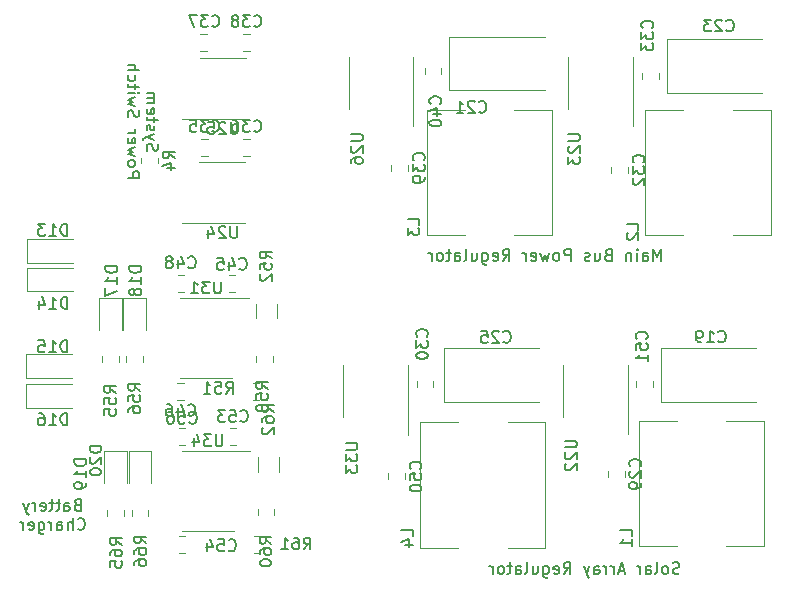
<source format=gbr>
G04 #@! TF.GenerationSoftware,KiCad,Pcbnew,(6.0.8)*
G04 #@! TF.CreationDate,2022-10-24T22:40:05+02:00*
G04 #@! TF.ProjectId,pcdu,70636475-2e6b-4696-9361-645f70636258,rev?*
G04 #@! TF.SameCoordinates,Original*
G04 #@! TF.FileFunction,Legend,Bot*
G04 #@! TF.FilePolarity,Positive*
%FSLAX46Y46*%
G04 Gerber Fmt 4.6, Leading zero omitted, Abs format (unit mm)*
G04 Created by KiCad (PCBNEW (6.0.8)) date 2022-10-24 22:40:05*
%MOMM*%
%LPD*%
G01*
G04 APERTURE LIST*
%ADD10C,0.150000*%
%ADD11C,0.120000*%
G04 APERTURE END LIST*
D10*
X102671428Y-112248571D02*
X102528571Y-112296190D01*
X102480952Y-112343809D01*
X102433333Y-112439047D01*
X102433333Y-112581904D01*
X102480952Y-112677142D01*
X102528571Y-112724761D01*
X102623809Y-112772380D01*
X103004761Y-112772380D01*
X103004761Y-111772380D01*
X102671428Y-111772380D01*
X102576190Y-111820000D01*
X102528571Y-111867619D01*
X102480952Y-111962857D01*
X102480952Y-112058095D01*
X102528571Y-112153333D01*
X102576190Y-112200952D01*
X102671428Y-112248571D01*
X103004761Y-112248571D01*
X101576190Y-112772380D02*
X101576190Y-112248571D01*
X101623809Y-112153333D01*
X101719047Y-112105714D01*
X101909523Y-112105714D01*
X102004761Y-112153333D01*
X101576190Y-112724761D02*
X101671428Y-112772380D01*
X101909523Y-112772380D01*
X102004761Y-112724761D01*
X102052380Y-112629523D01*
X102052380Y-112534285D01*
X102004761Y-112439047D01*
X101909523Y-112391428D01*
X101671428Y-112391428D01*
X101576190Y-112343809D01*
X101242857Y-112105714D02*
X100861904Y-112105714D01*
X101100000Y-111772380D02*
X101100000Y-112629523D01*
X101052380Y-112724761D01*
X100957142Y-112772380D01*
X100861904Y-112772380D01*
X100671428Y-112105714D02*
X100290476Y-112105714D01*
X100528571Y-111772380D02*
X100528571Y-112629523D01*
X100480952Y-112724761D01*
X100385714Y-112772380D01*
X100290476Y-112772380D01*
X99576190Y-112724761D02*
X99671428Y-112772380D01*
X99861904Y-112772380D01*
X99957142Y-112724761D01*
X100004761Y-112629523D01*
X100004761Y-112248571D01*
X99957142Y-112153333D01*
X99861904Y-112105714D01*
X99671428Y-112105714D01*
X99576190Y-112153333D01*
X99528571Y-112248571D01*
X99528571Y-112343809D01*
X100004761Y-112439047D01*
X99100000Y-112772380D02*
X99100000Y-112105714D01*
X99100000Y-112296190D02*
X99052380Y-112200952D01*
X99004761Y-112153333D01*
X98909523Y-112105714D01*
X98814285Y-112105714D01*
X98576190Y-112105714D02*
X98338095Y-112772380D01*
X98100000Y-112105714D02*
X98338095Y-112772380D01*
X98433333Y-113010476D01*
X98480952Y-113058095D01*
X98576190Y-113105714D01*
X102695238Y-114287142D02*
X102742857Y-114334761D01*
X102885714Y-114382380D01*
X102980952Y-114382380D01*
X103123809Y-114334761D01*
X103219047Y-114239523D01*
X103266666Y-114144285D01*
X103314285Y-113953809D01*
X103314285Y-113810952D01*
X103266666Y-113620476D01*
X103219047Y-113525238D01*
X103123809Y-113430000D01*
X102980952Y-113382380D01*
X102885714Y-113382380D01*
X102742857Y-113430000D01*
X102695238Y-113477619D01*
X102266666Y-114382380D02*
X102266666Y-113382380D01*
X101838095Y-114382380D02*
X101838095Y-113858571D01*
X101885714Y-113763333D01*
X101980952Y-113715714D01*
X102123809Y-113715714D01*
X102219047Y-113763333D01*
X102266666Y-113810952D01*
X100933333Y-114382380D02*
X100933333Y-113858571D01*
X100980952Y-113763333D01*
X101076190Y-113715714D01*
X101266666Y-113715714D01*
X101361904Y-113763333D01*
X100933333Y-114334761D02*
X101028571Y-114382380D01*
X101266666Y-114382380D01*
X101361904Y-114334761D01*
X101409523Y-114239523D01*
X101409523Y-114144285D01*
X101361904Y-114049047D01*
X101266666Y-114001428D01*
X101028571Y-114001428D01*
X100933333Y-113953809D01*
X100457142Y-114382380D02*
X100457142Y-113715714D01*
X100457142Y-113906190D02*
X100409523Y-113810952D01*
X100361904Y-113763333D01*
X100266666Y-113715714D01*
X100171428Y-113715714D01*
X99409523Y-113715714D02*
X99409523Y-114525238D01*
X99457142Y-114620476D01*
X99504761Y-114668095D01*
X99600000Y-114715714D01*
X99742857Y-114715714D01*
X99838095Y-114668095D01*
X99409523Y-114334761D02*
X99504761Y-114382380D01*
X99695238Y-114382380D01*
X99790476Y-114334761D01*
X99838095Y-114287142D01*
X99885714Y-114191904D01*
X99885714Y-113906190D01*
X99838095Y-113810952D01*
X99790476Y-113763333D01*
X99695238Y-113715714D01*
X99504761Y-113715714D01*
X99409523Y-113763333D01*
X98552380Y-114334761D02*
X98647619Y-114382380D01*
X98838095Y-114382380D01*
X98933333Y-114334761D01*
X98980952Y-114239523D01*
X98980952Y-113858571D01*
X98933333Y-113763333D01*
X98838095Y-113715714D01*
X98647619Y-113715714D01*
X98552380Y-113763333D01*
X98504761Y-113858571D01*
X98504761Y-113953809D01*
X98980952Y-114049047D01*
X98076190Y-114382380D02*
X98076190Y-113715714D01*
X98076190Y-113906190D02*
X98028571Y-113810952D01*
X97980952Y-113763333D01*
X97885714Y-113715714D01*
X97790476Y-113715714D01*
X153650000Y-118079761D02*
X153507142Y-118127380D01*
X153269047Y-118127380D01*
X153173809Y-118079761D01*
X153126190Y-118032142D01*
X153078571Y-117936904D01*
X153078571Y-117841666D01*
X153126190Y-117746428D01*
X153173809Y-117698809D01*
X153269047Y-117651190D01*
X153459523Y-117603571D01*
X153554761Y-117555952D01*
X153602380Y-117508333D01*
X153650000Y-117413095D01*
X153650000Y-117317857D01*
X153602380Y-117222619D01*
X153554761Y-117175000D01*
X153459523Y-117127380D01*
X153221428Y-117127380D01*
X153078571Y-117175000D01*
X152507142Y-118127380D02*
X152602380Y-118079761D01*
X152650000Y-118032142D01*
X152697619Y-117936904D01*
X152697619Y-117651190D01*
X152650000Y-117555952D01*
X152602380Y-117508333D01*
X152507142Y-117460714D01*
X152364285Y-117460714D01*
X152269047Y-117508333D01*
X152221428Y-117555952D01*
X152173809Y-117651190D01*
X152173809Y-117936904D01*
X152221428Y-118032142D01*
X152269047Y-118079761D01*
X152364285Y-118127380D01*
X152507142Y-118127380D01*
X151602380Y-118127380D02*
X151697619Y-118079761D01*
X151745238Y-117984523D01*
X151745238Y-117127380D01*
X150792857Y-118127380D02*
X150792857Y-117603571D01*
X150840476Y-117508333D01*
X150935714Y-117460714D01*
X151126190Y-117460714D01*
X151221428Y-117508333D01*
X150792857Y-118079761D02*
X150888095Y-118127380D01*
X151126190Y-118127380D01*
X151221428Y-118079761D01*
X151269047Y-117984523D01*
X151269047Y-117889285D01*
X151221428Y-117794047D01*
X151126190Y-117746428D01*
X150888095Y-117746428D01*
X150792857Y-117698809D01*
X150316666Y-118127380D02*
X150316666Y-117460714D01*
X150316666Y-117651190D02*
X150269047Y-117555952D01*
X150221428Y-117508333D01*
X150126190Y-117460714D01*
X150030952Y-117460714D01*
X148983333Y-117841666D02*
X148507142Y-117841666D01*
X149078571Y-118127380D02*
X148745238Y-117127380D01*
X148411904Y-118127380D01*
X148078571Y-118127380D02*
X148078571Y-117460714D01*
X148078571Y-117651190D02*
X148030952Y-117555952D01*
X147983333Y-117508333D01*
X147888095Y-117460714D01*
X147792857Y-117460714D01*
X147459523Y-118127380D02*
X147459523Y-117460714D01*
X147459523Y-117651190D02*
X147411904Y-117555952D01*
X147364285Y-117508333D01*
X147269047Y-117460714D01*
X147173809Y-117460714D01*
X146411904Y-118127380D02*
X146411904Y-117603571D01*
X146459523Y-117508333D01*
X146554761Y-117460714D01*
X146745238Y-117460714D01*
X146840476Y-117508333D01*
X146411904Y-118079761D02*
X146507142Y-118127380D01*
X146745238Y-118127380D01*
X146840476Y-118079761D01*
X146888095Y-117984523D01*
X146888095Y-117889285D01*
X146840476Y-117794047D01*
X146745238Y-117746428D01*
X146507142Y-117746428D01*
X146411904Y-117698809D01*
X146030952Y-117460714D02*
X145792857Y-118127380D01*
X145554761Y-117460714D02*
X145792857Y-118127380D01*
X145888095Y-118365476D01*
X145935714Y-118413095D01*
X146030952Y-118460714D01*
X143840476Y-118127380D02*
X144173809Y-117651190D01*
X144411904Y-118127380D02*
X144411904Y-117127380D01*
X144030952Y-117127380D01*
X143935714Y-117175000D01*
X143888095Y-117222619D01*
X143840476Y-117317857D01*
X143840476Y-117460714D01*
X143888095Y-117555952D01*
X143935714Y-117603571D01*
X144030952Y-117651190D01*
X144411904Y-117651190D01*
X143030952Y-118079761D02*
X143126190Y-118127380D01*
X143316666Y-118127380D01*
X143411904Y-118079761D01*
X143459523Y-117984523D01*
X143459523Y-117603571D01*
X143411904Y-117508333D01*
X143316666Y-117460714D01*
X143126190Y-117460714D01*
X143030952Y-117508333D01*
X142983333Y-117603571D01*
X142983333Y-117698809D01*
X143459523Y-117794047D01*
X142126190Y-117460714D02*
X142126190Y-118270238D01*
X142173809Y-118365476D01*
X142221428Y-118413095D01*
X142316666Y-118460714D01*
X142459523Y-118460714D01*
X142554761Y-118413095D01*
X142126190Y-118079761D02*
X142221428Y-118127380D01*
X142411904Y-118127380D01*
X142507142Y-118079761D01*
X142554761Y-118032142D01*
X142602380Y-117936904D01*
X142602380Y-117651190D01*
X142554761Y-117555952D01*
X142507142Y-117508333D01*
X142411904Y-117460714D01*
X142221428Y-117460714D01*
X142126190Y-117508333D01*
X141221428Y-117460714D02*
X141221428Y-118127380D01*
X141650000Y-117460714D02*
X141650000Y-117984523D01*
X141602380Y-118079761D01*
X141507142Y-118127380D01*
X141364285Y-118127380D01*
X141269047Y-118079761D01*
X141221428Y-118032142D01*
X140602380Y-118127380D02*
X140697619Y-118079761D01*
X140745238Y-117984523D01*
X140745238Y-117127380D01*
X139792857Y-118127380D02*
X139792857Y-117603571D01*
X139840476Y-117508333D01*
X139935714Y-117460714D01*
X140126190Y-117460714D01*
X140221428Y-117508333D01*
X139792857Y-118079761D02*
X139888095Y-118127380D01*
X140126190Y-118127380D01*
X140221428Y-118079761D01*
X140269047Y-117984523D01*
X140269047Y-117889285D01*
X140221428Y-117794047D01*
X140126190Y-117746428D01*
X139888095Y-117746428D01*
X139792857Y-117698809D01*
X139459523Y-117460714D02*
X139078571Y-117460714D01*
X139316666Y-117127380D02*
X139316666Y-117984523D01*
X139269047Y-118079761D01*
X139173809Y-118127380D01*
X139078571Y-118127380D01*
X138602380Y-118127380D02*
X138697619Y-118079761D01*
X138745238Y-118032142D01*
X138792857Y-117936904D01*
X138792857Y-117651190D01*
X138745238Y-117555952D01*
X138697619Y-117508333D01*
X138602380Y-117460714D01*
X138459523Y-117460714D01*
X138364285Y-117508333D01*
X138316666Y-117555952D01*
X138269047Y-117651190D01*
X138269047Y-117936904D01*
X138316666Y-118032142D01*
X138364285Y-118079761D01*
X138459523Y-118127380D01*
X138602380Y-118127380D01*
X137840476Y-118127380D02*
X137840476Y-117460714D01*
X137840476Y-117651190D02*
X137792857Y-117555952D01*
X137745238Y-117508333D01*
X137650000Y-117460714D01*
X137554761Y-117460714D01*
X108575238Y-82267380D02*
X108527619Y-82124523D01*
X108527619Y-81886428D01*
X108575238Y-81791190D01*
X108622857Y-81743571D01*
X108718095Y-81695952D01*
X108813333Y-81695952D01*
X108908571Y-81743571D01*
X108956190Y-81791190D01*
X109003809Y-81886428D01*
X109051428Y-82076904D01*
X109099047Y-82172142D01*
X109146666Y-82219761D01*
X109241904Y-82267380D01*
X109337142Y-82267380D01*
X109432380Y-82219761D01*
X109480000Y-82172142D01*
X109527619Y-82076904D01*
X109527619Y-81838809D01*
X109480000Y-81695952D01*
X109194285Y-81362619D02*
X108527619Y-81124523D01*
X109194285Y-80886428D02*
X108527619Y-81124523D01*
X108289523Y-81219761D01*
X108241904Y-81267380D01*
X108194285Y-81362619D01*
X108575238Y-80553095D02*
X108527619Y-80457857D01*
X108527619Y-80267380D01*
X108575238Y-80172142D01*
X108670476Y-80124523D01*
X108718095Y-80124523D01*
X108813333Y-80172142D01*
X108860952Y-80267380D01*
X108860952Y-80410238D01*
X108908571Y-80505476D01*
X109003809Y-80553095D01*
X109051428Y-80553095D01*
X109146666Y-80505476D01*
X109194285Y-80410238D01*
X109194285Y-80267380D01*
X109146666Y-80172142D01*
X109194285Y-79838809D02*
X109194285Y-79457857D01*
X109527619Y-79695952D02*
X108670476Y-79695952D01*
X108575238Y-79648333D01*
X108527619Y-79553095D01*
X108527619Y-79457857D01*
X108575238Y-78743571D02*
X108527619Y-78838809D01*
X108527619Y-79029285D01*
X108575238Y-79124523D01*
X108670476Y-79172142D01*
X109051428Y-79172142D01*
X109146666Y-79124523D01*
X109194285Y-79029285D01*
X109194285Y-78838809D01*
X109146666Y-78743571D01*
X109051428Y-78695952D01*
X108956190Y-78695952D01*
X108860952Y-79172142D01*
X108527619Y-78267380D02*
X109194285Y-78267380D01*
X109099047Y-78267380D02*
X109146666Y-78219761D01*
X109194285Y-78124523D01*
X109194285Y-77981666D01*
X109146666Y-77886428D01*
X109051428Y-77838809D01*
X108527619Y-77838809D01*
X109051428Y-77838809D02*
X109146666Y-77791190D01*
X109194285Y-77695952D01*
X109194285Y-77553095D01*
X109146666Y-77457857D01*
X109051428Y-77410238D01*
X108527619Y-77410238D01*
X106917619Y-84576904D02*
X107917619Y-84576904D01*
X107917619Y-84195952D01*
X107870000Y-84100714D01*
X107822380Y-84053095D01*
X107727142Y-84005476D01*
X107584285Y-84005476D01*
X107489047Y-84053095D01*
X107441428Y-84100714D01*
X107393809Y-84195952D01*
X107393809Y-84576904D01*
X106917619Y-83434047D02*
X106965238Y-83529285D01*
X107012857Y-83576904D01*
X107108095Y-83624523D01*
X107393809Y-83624523D01*
X107489047Y-83576904D01*
X107536666Y-83529285D01*
X107584285Y-83434047D01*
X107584285Y-83291190D01*
X107536666Y-83195952D01*
X107489047Y-83148333D01*
X107393809Y-83100714D01*
X107108095Y-83100714D01*
X107012857Y-83148333D01*
X106965238Y-83195952D01*
X106917619Y-83291190D01*
X106917619Y-83434047D01*
X107584285Y-82767380D02*
X106917619Y-82576904D01*
X107393809Y-82386428D01*
X106917619Y-82195952D01*
X107584285Y-82005476D01*
X106965238Y-81243571D02*
X106917619Y-81338809D01*
X106917619Y-81529285D01*
X106965238Y-81624523D01*
X107060476Y-81672142D01*
X107441428Y-81672142D01*
X107536666Y-81624523D01*
X107584285Y-81529285D01*
X107584285Y-81338809D01*
X107536666Y-81243571D01*
X107441428Y-81195952D01*
X107346190Y-81195952D01*
X107250952Y-81672142D01*
X106917619Y-80767380D02*
X107584285Y-80767380D01*
X107393809Y-80767380D02*
X107489047Y-80719761D01*
X107536666Y-80672142D01*
X107584285Y-80576904D01*
X107584285Y-80481666D01*
X106965238Y-79434047D02*
X106917619Y-79291190D01*
X106917619Y-79053095D01*
X106965238Y-78957857D01*
X107012857Y-78910238D01*
X107108095Y-78862619D01*
X107203333Y-78862619D01*
X107298571Y-78910238D01*
X107346190Y-78957857D01*
X107393809Y-79053095D01*
X107441428Y-79243571D01*
X107489047Y-79338809D01*
X107536666Y-79386428D01*
X107631904Y-79434047D01*
X107727142Y-79434047D01*
X107822380Y-79386428D01*
X107870000Y-79338809D01*
X107917619Y-79243571D01*
X107917619Y-79005476D01*
X107870000Y-78862619D01*
X107584285Y-78529285D02*
X106917619Y-78338809D01*
X107393809Y-78148333D01*
X106917619Y-77957857D01*
X107584285Y-77767380D01*
X106917619Y-77386428D02*
X107584285Y-77386428D01*
X107917619Y-77386428D02*
X107870000Y-77434047D01*
X107822380Y-77386428D01*
X107870000Y-77338809D01*
X107917619Y-77386428D01*
X107822380Y-77386428D01*
X107584285Y-77053095D02*
X107584285Y-76672142D01*
X107917619Y-76910238D02*
X107060476Y-76910238D01*
X106965238Y-76862619D01*
X106917619Y-76767380D01*
X106917619Y-76672142D01*
X106965238Y-75910238D02*
X106917619Y-76005476D01*
X106917619Y-76195952D01*
X106965238Y-76291190D01*
X107012857Y-76338809D01*
X107108095Y-76386428D01*
X107393809Y-76386428D01*
X107489047Y-76338809D01*
X107536666Y-76291190D01*
X107584285Y-76195952D01*
X107584285Y-76005476D01*
X107536666Y-75910238D01*
X106917619Y-75481666D02*
X107917619Y-75481666D01*
X106917619Y-75053095D02*
X107441428Y-75053095D01*
X107536666Y-75100714D01*
X107584285Y-75195952D01*
X107584285Y-75338809D01*
X107536666Y-75434047D01*
X107489047Y-75481666D01*
X152110714Y-91602380D02*
X152110714Y-90602380D01*
X151777380Y-91316666D01*
X151444047Y-90602380D01*
X151444047Y-91602380D01*
X150539285Y-91602380D02*
X150539285Y-91078571D01*
X150586904Y-90983333D01*
X150682142Y-90935714D01*
X150872619Y-90935714D01*
X150967857Y-90983333D01*
X150539285Y-91554761D02*
X150634523Y-91602380D01*
X150872619Y-91602380D01*
X150967857Y-91554761D01*
X151015476Y-91459523D01*
X151015476Y-91364285D01*
X150967857Y-91269047D01*
X150872619Y-91221428D01*
X150634523Y-91221428D01*
X150539285Y-91173809D01*
X150063095Y-91602380D02*
X150063095Y-90935714D01*
X150063095Y-90602380D02*
X150110714Y-90650000D01*
X150063095Y-90697619D01*
X150015476Y-90650000D01*
X150063095Y-90602380D01*
X150063095Y-90697619D01*
X149586904Y-90935714D02*
X149586904Y-91602380D01*
X149586904Y-91030952D02*
X149539285Y-90983333D01*
X149444047Y-90935714D01*
X149301190Y-90935714D01*
X149205952Y-90983333D01*
X149158333Y-91078571D01*
X149158333Y-91602380D01*
X147586904Y-91078571D02*
X147444047Y-91126190D01*
X147396428Y-91173809D01*
X147348809Y-91269047D01*
X147348809Y-91411904D01*
X147396428Y-91507142D01*
X147444047Y-91554761D01*
X147539285Y-91602380D01*
X147920238Y-91602380D01*
X147920238Y-90602380D01*
X147586904Y-90602380D01*
X147491666Y-90650000D01*
X147444047Y-90697619D01*
X147396428Y-90792857D01*
X147396428Y-90888095D01*
X147444047Y-90983333D01*
X147491666Y-91030952D01*
X147586904Y-91078571D01*
X147920238Y-91078571D01*
X146491666Y-90935714D02*
X146491666Y-91602380D01*
X146920238Y-90935714D02*
X146920238Y-91459523D01*
X146872619Y-91554761D01*
X146777380Y-91602380D01*
X146634523Y-91602380D01*
X146539285Y-91554761D01*
X146491666Y-91507142D01*
X146063095Y-91554761D02*
X145967857Y-91602380D01*
X145777380Y-91602380D01*
X145682142Y-91554761D01*
X145634523Y-91459523D01*
X145634523Y-91411904D01*
X145682142Y-91316666D01*
X145777380Y-91269047D01*
X145920238Y-91269047D01*
X146015476Y-91221428D01*
X146063095Y-91126190D01*
X146063095Y-91078571D01*
X146015476Y-90983333D01*
X145920238Y-90935714D01*
X145777380Y-90935714D01*
X145682142Y-90983333D01*
X144444047Y-91602380D02*
X144444047Y-90602380D01*
X144063095Y-90602380D01*
X143967857Y-90650000D01*
X143920238Y-90697619D01*
X143872619Y-90792857D01*
X143872619Y-90935714D01*
X143920238Y-91030952D01*
X143967857Y-91078571D01*
X144063095Y-91126190D01*
X144444047Y-91126190D01*
X143301190Y-91602380D02*
X143396428Y-91554761D01*
X143444047Y-91507142D01*
X143491666Y-91411904D01*
X143491666Y-91126190D01*
X143444047Y-91030952D01*
X143396428Y-90983333D01*
X143301190Y-90935714D01*
X143158333Y-90935714D01*
X143063095Y-90983333D01*
X143015476Y-91030952D01*
X142967857Y-91126190D01*
X142967857Y-91411904D01*
X143015476Y-91507142D01*
X143063095Y-91554761D01*
X143158333Y-91602380D01*
X143301190Y-91602380D01*
X142634523Y-90935714D02*
X142444047Y-91602380D01*
X142253571Y-91126190D01*
X142063095Y-91602380D01*
X141872619Y-90935714D01*
X141110714Y-91554761D02*
X141205952Y-91602380D01*
X141396428Y-91602380D01*
X141491666Y-91554761D01*
X141539285Y-91459523D01*
X141539285Y-91078571D01*
X141491666Y-90983333D01*
X141396428Y-90935714D01*
X141205952Y-90935714D01*
X141110714Y-90983333D01*
X141063095Y-91078571D01*
X141063095Y-91173809D01*
X141539285Y-91269047D01*
X140634523Y-91602380D02*
X140634523Y-90935714D01*
X140634523Y-91126190D02*
X140586904Y-91030952D01*
X140539285Y-90983333D01*
X140444047Y-90935714D01*
X140348809Y-90935714D01*
X138682142Y-91602380D02*
X139015476Y-91126190D01*
X139253571Y-91602380D02*
X139253571Y-90602380D01*
X138872619Y-90602380D01*
X138777380Y-90650000D01*
X138729761Y-90697619D01*
X138682142Y-90792857D01*
X138682142Y-90935714D01*
X138729761Y-91030952D01*
X138777380Y-91078571D01*
X138872619Y-91126190D01*
X139253571Y-91126190D01*
X137872619Y-91554761D02*
X137967857Y-91602380D01*
X138158333Y-91602380D01*
X138253571Y-91554761D01*
X138301190Y-91459523D01*
X138301190Y-91078571D01*
X138253571Y-90983333D01*
X138158333Y-90935714D01*
X137967857Y-90935714D01*
X137872619Y-90983333D01*
X137825000Y-91078571D01*
X137825000Y-91173809D01*
X138301190Y-91269047D01*
X136967857Y-90935714D02*
X136967857Y-91745238D01*
X137015476Y-91840476D01*
X137063095Y-91888095D01*
X137158333Y-91935714D01*
X137301190Y-91935714D01*
X137396428Y-91888095D01*
X136967857Y-91554761D02*
X137063095Y-91602380D01*
X137253571Y-91602380D01*
X137348809Y-91554761D01*
X137396428Y-91507142D01*
X137444047Y-91411904D01*
X137444047Y-91126190D01*
X137396428Y-91030952D01*
X137348809Y-90983333D01*
X137253571Y-90935714D01*
X137063095Y-90935714D01*
X136967857Y-90983333D01*
X136063095Y-90935714D02*
X136063095Y-91602380D01*
X136491666Y-90935714D02*
X136491666Y-91459523D01*
X136444047Y-91554761D01*
X136348809Y-91602380D01*
X136205952Y-91602380D01*
X136110714Y-91554761D01*
X136063095Y-91507142D01*
X135444047Y-91602380D02*
X135539285Y-91554761D01*
X135586904Y-91459523D01*
X135586904Y-90602380D01*
X134634523Y-91602380D02*
X134634523Y-91078571D01*
X134682142Y-90983333D01*
X134777380Y-90935714D01*
X134967857Y-90935714D01*
X135063095Y-90983333D01*
X134634523Y-91554761D02*
X134729761Y-91602380D01*
X134967857Y-91602380D01*
X135063095Y-91554761D01*
X135110714Y-91459523D01*
X135110714Y-91364285D01*
X135063095Y-91269047D01*
X134967857Y-91221428D01*
X134729761Y-91221428D01*
X134634523Y-91173809D01*
X134301190Y-90935714D02*
X133920238Y-90935714D01*
X134158333Y-90602380D02*
X134158333Y-91459523D01*
X134110714Y-91554761D01*
X134015476Y-91602380D01*
X133920238Y-91602380D01*
X133444047Y-91602380D02*
X133539285Y-91554761D01*
X133586904Y-91507142D01*
X133634523Y-91411904D01*
X133634523Y-91126190D01*
X133586904Y-91030952D01*
X133539285Y-90983333D01*
X133444047Y-90935714D01*
X133301190Y-90935714D01*
X133205952Y-90983333D01*
X133158333Y-91030952D01*
X133110714Y-91126190D01*
X133110714Y-91411904D01*
X133158333Y-91507142D01*
X133205952Y-91554761D01*
X133301190Y-91602380D01*
X133444047Y-91602380D01*
X132682142Y-91602380D02*
X132682142Y-90935714D01*
X132682142Y-91126190D02*
X132634523Y-91030952D01*
X132586904Y-90983333D01*
X132491666Y-90935714D01*
X132396428Y-90935714D01*
X101833868Y-95655297D02*
X101833868Y-94655297D01*
X101595773Y-94655297D01*
X101452916Y-94702917D01*
X101357678Y-94798155D01*
X101310059Y-94893393D01*
X101262440Y-95083869D01*
X101262440Y-95226726D01*
X101310059Y-95417202D01*
X101357678Y-95512440D01*
X101452916Y-95607678D01*
X101595773Y-95655297D01*
X101833868Y-95655297D01*
X100310059Y-95655297D02*
X100881487Y-95655297D01*
X100595773Y-95655297D02*
X100595773Y-94655297D01*
X100691011Y-94798155D01*
X100786249Y-94893393D01*
X100881487Y-94941012D01*
X99452916Y-94988631D02*
X99452916Y-95655297D01*
X99691011Y-94607678D02*
X99929106Y-95321964D01*
X99310059Y-95321964D01*
X114814178Y-93361338D02*
X114814178Y-94170862D01*
X114766559Y-94266100D01*
X114718940Y-94313719D01*
X114623702Y-94361338D01*
X114433225Y-94361338D01*
X114337987Y-94313719D01*
X114290368Y-94266100D01*
X114242749Y-94170862D01*
X114242749Y-93361338D01*
X113861797Y-93361338D02*
X113242749Y-93361338D01*
X113576083Y-93742291D01*
X113433225Y-93742291D01*
X113337987Y-93789910D01*
X113290368Y-93837529D01*
X113242749Y-93932767D01*
X113242749Y-94170862D01*
X113290368Y-94266100D01*
X113337987Y-94313719D01*
X113433225Y-94361338D01*
X113718940Y-94361338D01*
X113814178Y-94313719D01*
X113861797Y-94266100D01*
X112290368Y-94361338D02*
X112861797Y-94361338D01*
X112576083Y-94361338D02*
X112576083Y-93361338D01*
X112671321Y-93504196D01*
X112766559Y-93599434D01*
X112861797Y-93647053D01*
X150582142Y-83282142D02*
X150629761Y-83234523D01*
X150677380Y-83091666D01*
X150677380Y-82996428D01*
X150629761Y-82853571D01*
X150534523Y-82758333D01*
X150439285Y-82710714D01*
X150248809Y-82663095D01*
X150105952Y-82663095D01*
X149915476Y-82710714D01*
X149820238Y-82758333D01*
X149725000Y-82853571D01*
X149677380Y-82996428D01*
X149677380Y-83091666D01*
X149725000Y-83234523D01*
X149772619Y-83282142D01*
X149677380Y-83615476D02*
X149677380Y-84234523D01*
X150058333Y-83901190D01*
X150058333Y-84044047D01*
X150105952Y-84139285D01*
X150153571Y-84186904D01*
X150248809Y-84234523D01*
X150486904Y-84234523D01*
X150582142Y-84186904D01*
X150629761Y-84139285D01*
X150677380Y-84044047D01*
X150677380Y-83758333D01*
X150629761Y-83663095D01*
X150582142Y-83615476D01*
X149772619Y-84615476D02*
X149725000Y-84663095D01*
X149677380Y-84758333D01*
X149677380Y-84996428D01*
X149725000Y-85091666D01*
X149772619Y-85139285D01*
X149867857Y-85186904D01*
X149963095Y-85186904D01*
X150105952Y-85139285D01*
X150677380Y-84567857D01*
X150677380Y-85186904D01*
X151332142Y-71882142D02*
X151379761Y-71834523D01*
X151427380Y-71691666D01*
X151427380Y-71596428D01*
X151379761Y-71453571D01*
X151284523Y-71358333D01*
X151189285Y-71310714D01*
X150998809Y-71263095D01*
X150855952Y-71263095D01*
X150665476Y-71310714D01*
X150570238Y-71358333D01*
X150475000Y-71453571D01*
X150427380Y-71596428D01*
X150427380Y-71691666D01*
X150475000Y-71834523D01*
X150522619Y-71882142D01*
X150427380Y-72215476D02*
X150427380Y-72834523D01*
X150808333Y-72501190D01*
X150808333Y-72644047D01*
X150855952Y-72739285D01*
X150903571Y-72786904D01*
X150998809Y-72834523D01*
X151236904Y-72834523D01*
X151332142Y-72786904D01*
X151379761Y-72739285D01*
X151427380Y-72644047D01*
X151427380Y-72358333D01*
X151379761Y-72263095D01*
X151332142Y-72215476D01*
X150427380Y-73167857D02*
X150427380Y-73786904D01*
X150808333Y-73453571D01*
X150808333Y-73596428D01*
X150855952Y-73691666D01*
X150903571Y-73739285D01*
X150998809Y-73786904D01*
X151236904Y-73786904D01*
X151332142Y-73739285D01*
X151379761Y-73691666D01*
X151427380Y-73596428D01*
X151427380Y-73310714D01*
X151379761Y-73215476D01*
X151332142Y-73167857D01*
X114075857Y-80588142D02*
X114123476Y-80635761D01*
X114266333Y-80683380D01*
X114361571Y-80683380D01*
X114504428Y-80635761D01*
X114599666Y-80540523D01*
X114647285Y-80445285D01*
X114694904Y-80254809D01*
X114694904Y-80111952D01*
X114647285Y-79921476D01*
X114599666Y-79826238D01*
X114504428Y-79731000D01*
X114361571Y-79683380D01*
X114266333Y-79683380D01*
X114123476Y-79731000D01*
X114075857Y-79778619D01*
X113742523Y-79683380D02*
X113123476Y-79683380D01*
X113456809Y-80064333D01*
X113313952Y-80064333D01*
X113218714Y-80111952D01*
X113171095Y-80159571D01*
X113123476Y-80254809D01*
X113123476Y-80492904D01*
X113171095Y-80588142D01*
X113218714Y-80635761D01*
X113313952Y-80683380D01*
X113599666Y-80683380D01*
X113694904Y-80635761D01*
X113742523Y-80588142D01*
X112218714Y-79683380D02*
X112694904Y-79683380D01*
X112742523Y-80159571D01*
X112694904Y-80111952D01*
X112599666Y-80064333D01*
X112361571Y-80064333D01*
X112266333Y-80111952D01*
X112218714Y-80159571D01*
X112171095Y-80254809D01*
X112171095Y-80492904D01*
X112218714Y-80588142D01*
X112266333Y-80635761D01*
X112361571Y-80683380D01*
X112599666Y-80683380D01*
X112694904Y-80635761D01*
X112742523Y-80588142D01*
X117631857Y-80588142D02*
X117679476Y-80635761D01*
X117822333Y-80683380D01*
X117917571Y-80683380D01*
X118060428Y-80635761D01*
X118155666Y-80540523D01*
X118203285Y-80445285D01*
X118250904Y-80254809D01*
X118250904Y-80111952D01*
X118203285Y-79921476D01*
X118155666Y-79826238D01*
X118060428Y-79731000D01*
X117917571Y-79683380D01*
X117822333Y-79683380D01*
X117679476Y-79731000D01*
X117631857Y-79778619D01*
X117298523Y-79683380D02*
X116679476Y-79683380D01*
X117012809Y-80064333D01*
X116869952Y-80064333D01*
X116774714Y-80111952D01*
X116727095Y-80159571D01*
X116679476Y-80254809D01*
X116679476Y-80492904D01*
X116727095Y-80588142D01*
X116774714Y-80635761D01*
X116869952Y-80683380D01*
X117155666Y-80683380D01*
X117250904Y-80635761D01*
X117298523Y-80588142D01*
X115822333Y-79683380D02*
X116012809Y-79683380D01*
X116108047Y-79731000D01*
X116155666Y-79778619D01*
X116250904Y-79921476D01*
X116298523Y-80111952D01*
X116298523Y-80492904D01*
X116250904Y-80588142D01*
X116203285Y-80635761D01*
X116108047Y-80683380D01*
X115917571Y-80683380D01*
X115822333Y-80635761D01*
X115774714Y-80588142D01*
X115727095Y-80492904D01*
X115727095Y-80254809D01*
X115774714Y-80159571D01*
X115822333Y-80111952D01*
X115917571Y-80064333D01*
X116108047Y-80064333D01*
X116203285Y-80111952D01*
X116250904Y-80159571D01*
X116298523Y-80254809D01*
X114075857Y-71698142D02*
X114123476Y-71745761D01*
X114266333Y-71793380D01*
X114361571Y-71793380D01*
X114504428Y-71745761D01*
X114599666Y-71650523D01*
X114647285Y-71555285D01*
X114694904Y-71364809D01*
X114694904Y-71221952D01*
X114647285Y-71031476D01*
X114599666Y-70936238D01*
X114504428Y-70841000D01*
X114361571Y-70793380D01*
X114266333Y-70793380D01*
X114123476Y-70841000D01*
X114075857Y-70888619D01*
X113742523Y-70793380D02*
X113123476Y-70793380D01*
X113456809Y-71174333D01*
X113313952Y-71174333D01*
X113218714Y-71221952D01*
X113171095Y-71269571D01*
X113123476Y-71364809D01*
X113123476Y-71602904D01*
X113171095Y-71698142D01*
X113218714Y-71745761D01*
X113313952Y-71793380D01*
X113599666Y-71793380D01*
X113694904Y-71745761D01*
X113742523Y-71698142D01*
X112790142Y-70793380D02*
X112123476Y-70793380D01*
X112552047Y-71793380D01*
X117631857Y-71698142D02*
X117679476Y-71745761D01*
X117822333Y-71793380D01*
X117917571Y-71793380D01*
X118060428Y-71745761D01*
X118155666Y-71650523D01*
X118203285Y-71555285D01*
X118250904Y-71364809D01*
X118250904Y-71221952D01*
X118203285Y-71031476D01*
X118155666Y-70936238D01*
X118060428Y-70841000D01*
X117917571Y-70793380D01*
X117822333Y-70793380D01*
X117679476Y-70841000D01*
X117631857Y-70888619D01*
X117298523Y-70793380D02*
X116679476Y-70793380D01*
X117012809Y-71174333D01*
X116869952Y-71174333D01*
X116774714Y-71221952D01*
X116727095Y-71269571D01*
X116679476Y-71364809D01*
X116679476Y-71602904D01*
X116727095Y-71698142D01*
X116774714Y-71745761D01*
X116869952Y-71793380D01*
X117155666Y-71793380D01*
X117250904Y-71745761D01*
X117298523Y-71698142D01*
X116108047Y-71221952D02*
X116203285Y-71174333D01*
X116250904Y-71126714D01*
X116298523Y-71031476D01*
X116298523Y-70983857D01*
X116250904Y-70888619D01*
X116203285Y-70841000D01*
X116108047Y-70793380D01*
X115917571Y-70793380D01*
X115822333Y-70841000D01*
X115774714Y-70888619D01*
X115727095Y-70983857D01*
X115727095Y-71031476D01*
X115774714Y-71126714D01*
X115822333Y-71174333D01*
X115917571Y-71221952D01*
X116108047Y-71221952D01*
X116203285Y-71269571D01*
X116250904Y-71317190D01*
X116298523Y-71412428D01*
X116298523Y-71602904D01*
X116250904Y-71698142D01*
X116203285Y-71745761D01*
X116108047Y-71793380D01*
X115917571Y-71793380D01*
X115822333Y-71745761D01*
X115774714Y-71698142D01*
X115727095Y-71602904D01*
X115727095Y-71412428D01*
X115774714Y-71317190D01*
X115822333Y-71269571D01*
X115917571Y-71221952D01*
X112043940Y-104641100D02*
X112091559Y-104688719D01*
X112234416Y-104736338D01*
X112329654Y-104736338D01*
X112472511Y-104688719D01*
X112567749Y-104593481D01*
X112615368Y-104498243D01*
X112662987Y-104307767D01*
X112662987Y-104164910D01*
X112615368Y-103974434D01*
X112567749Y-103879196D01*
X112472511Y-103783958D01*
X112329654Y-103736338D01*
X112234416Y-103736338D01*
X112091559Y-103783958D01*
X112043940Y-103831577D01*
X111186797Y-104069672D02*
X111186797Y-104736338D01*
X111424892Y-103688719D02*
X111662987Y-104403005D01*
X111043940Y-104403005D01*
X110234416Y-103736338D02*
X110424892Y-103736338D01*
X110520130Y-103783958D01*
X110567749Y-103831577D01*
X110662987Y-103974434D01*
X110710606Y-104164910D01*
X110710606Y-104545862D01*
X110662987Y-104641100D01*
X110615368Y-104688719D01*
X110520130Y-104736338D01*
X110329654Y-104736338D01*
X110234416Y-104688719D01*
X110186797Y-104641100D01*
X110139178Y-104545862D01*
X110139178Y-104307767D01*
X110186797Y-104212529D01*
X110234416Y-104164910D01*
X110329654Y-104117291D01*
X110520130Y-104117291D01*
X110615368Y-104164910D01*
X110662987Y-104212529D01*
X110710606Y-104307767D01*
X112068940Y-92138100D02*
X112116559Y-92185719D01*
X112259416Y-92233338D01*
X112354654Y-92233338D01*
X112497511Y-92185719D01*
X112592749Y-92090481D01*
X112640368Y-91995243D01*
X112687987Y-91804767D01*
X112687987Y-91661910D01*
X112640368Y-91471434D01*
X112592749Y-91376196D01*
X112497511Y-91280958D01*
X112354654Y-91233338D01*
X112259416Y-91233338D01*
X112116559Y-91280958D01*
X112068940Y-91328577D01*
X111211797Y-91566672D02*
X111211797Y-92233338D01*
X111449892Y-91185719D02*
X111687987Y-91900005D01*
X111068940Y-91900005D01*
X110545130Y-91661910D02*
X110640368Y-91614291D01*
X110687987Y-91566672D01*
X110735606Y-91471434D01*
X110735606Y-91423815D01*
X110687987Y-91328577D01*
X110640368Y-91280958D01*
X110545130Y-91233338D01*
X110354654Y-91233338D01*
X110259416Y-91280958D01*
X110211797Y-91328577D01*
X110164178Y-91423815D01*
X110164178Y-91471434D01*
X110211797Y-91566672D01*
X110259416Y-91614291D01*
X110354654Y-91661910D01*
X110545130Y-91661910D01*
X110640368Y-91709529D01*
X110687987Y-91757148D01*
X110735606Y-91852386D01*
X110735606Y-92042862D01*
X110687987Y-92138100D01*
X110640368Y-92185719D01*
X110545130Y-92233338D01*
X110354654Y-92233338D01*
X110259416Y-92185719D01*
X110211797Y-92138100D01*
X110164178Y-92042862D01*
X110164178Y-91852386D01*
X110211797Y-91757148D01*
X110259416Y-91709529D01*
X110354654Y-91661910D01*
X101806568Y-89466337D02*
X101806568Y-88466337D01*
X101568473Y-88466337D01*
X101425616Y-88513957D01*
X101330378Y-88609195D01*
X101282759Y-88704433D01*
X101235140Y-88894909D01*
X101235140Y-89037766D01*
X101282759Y-89228242D01*
X101330378Y-89323480D01*
X101425616Y-89418718D01*
X101568473Y-89466337D01*
X101806568Y-89466337D01*
X100282759Y-89466337D02*
X100854187Y-89466337D01*
X100568473Y-89466337D02*
X100568473Y-88466337D01*
X100663711Y-88609195D01*
X100758949Y-88704433D01*
X100854187Y-88752052D01*
X99949425Y-88466337D02*
X99330378Y-88466337D01*
X99663711Y-88847290D01*
X99520854Y-88847290D01*
X99425616Y-88894909D01*
X99377997Y-88942528D01*
X99330378Y-89037766D01*
X99330378Y-89275861D01*
X99377997Y-89371099D01*
X99425616Y-89418718D01*
X99520854Y-89466337D01*
X99806568Y-89466337D01*
X99901806Y-89418718D01*
X99949425Y-89371099D01*
X101808868Y-99348297D02*
X101808868Y-98348297D01*
X101570773Y-98348297D01*
X101427916Y-98395917D01*
X101332678Y-98491155D01*
X101285059Y-98586393D01*
X101237440Y-98776869D01*
X101237440Y-98919726D01*
X101285059Y-99110202D01*
X101332678Y-99205440D01*
X101427916Y-99300678D01*
X101570773Y-99348297D01*
X101808868Y-99348297D01*
X100285059Y-99348297D02*
X100856487Y-99348297D01*
X100570773Y-99348297D02*
X100570773Y-98348297D01*
X100666011Y-98491155D01*
X100761249Y-98586393D01*
X100856487Y-98634012D01*
X99380297Y-98348297D02*
X99856487Y-98348297D01*
X99904106Y-98824488D01*
X99856487Y-98776869D01*
X99761249Y-98729250D01*
X99523154Y-98729250D01*
X99427916Y-98776869D01*
X99380297Y-98824488D01*
X99332678Y-98919726D01*
X99332678Y-99157821D01*
X99380297Y-99253059D01*
X99427916Y-99300678D01*
X99523154Y-99348297D01*
X99761249Y-99348297D01*
X99856487Y-99300678D01*
X99904106Y-99253059D01*
X101808868Y-105520297D02*
X101808868Y-104520297D01*
X101570773Y-104520297D01*
X101427916Y-104567917D01*
X101332678Y-104663155D01*
X101285059Y-104758393D01*
X101237440Y-104948869D01*
X101237440Y-105091726D01*
X101285059Y-105282202D01*
X101332678Y-105377440D01*
X101427916Y-105472678D01*
X101570773Y-105520297D01*
X101808868Y-105520297D01*
X100285059Y-105520297D02*
X100856487Y-105520297D01*
X100570773Y-105520297D02*
X100570773Y-104520297D01*
X100666011Y-104663155D01*
X100761249Y-104758393D01*
X100856487Y-104806012D01*
X99427916Y-104520297D02*
X99618392Y-104520297D01*
X99713630Y-104567917D01*
X99761249Y-104615536D01*
X99856487Y-104758393D01*
X99904106Y-104948869D01*
X99904106Y-105329821D01*
X99856487Y-105425059D01*
X99808868Y-105472678D01*
X99713630Y-105520297D01*
X99523154Y-105520297D01*
X99427916Y-105472678D01*
X99380297Y-105425059D01*
X99332678Y-105329821D01*
X99332678Y-105091726D01*
X99380297Y-104996488D01*
X99427916Y-104948869D01*
X99523154Y-104901250D01*
X99713630Y-104901250D01*
X99808868Y-104948869D01*
X99856487Y-104996488D01*
X99904106Y-105091726D01*
X106053463Y-92055472D02*
X105053463Y-92055472D01*
X105053463Y-92293567D01*
X105101083Y-92436424D01*
X105196321Y-92531662D01*
X105291559Y-92579281D01*
X105482035Y-92626900D01*
X105624892Y-92626900D01*
X105815368Y-92579281D01*
X105910606Y-92531662D01*
X106005844Y-92436424D01*
X106053463Y-92293567D01*
X106053463Y-92055472D01*
X106053463Y-93579281D02*
X106053463Y-93007853D01*
X106053463Y-93293567D02*
X105053463Y-93293567D01*
X105196321Y-93198329D01*
X105291559Y-93103091D01*
X105339178Y-93007853D01*
X105053463Y-93912615D02*
X105053463Y-94579281D01*
X106053463Y-94150710D01*
X108078463Y-92052172D02*
X107078463Y-92052172D01*
X107078463Y-92290267D01*
X107126083Y-92433124D01*
X107221321Y-92528362D01*
X107316559Y-92575981D01*
X107507035Y-92623600D01*
X107649892Y-92623600D01*
X107840368Y-92575981D01*
X107935606Y-92528362D01*
X108030844Y-92433124D01*
X108078463Y-92290267D01*
X108078463Y-92052172D01*
X108078463Y-93575981D02*
X108078463Y-93004553D01*
X108078463Y-93290267D02*
X107078463Y-93290267D01*
X107221321Y-93195029D01*
X107316559Y-93099791D01*
X107364178Y-93004553D01*
X107507035Y-94147410D02*
X107459416Y-94052172D01*
X107411797Y-94004553D01*
X107316559Y-93956934D01*
X107268940Y-93956934D01*
X107173702Y-94004553D01*
X107126083Y-94052172D01*
X107078463Y-94147410D01*
X107078463Y-94337886D01*
X107126083Y-94433124D01*
X107173702Y-94480743D01*
X107268940Y-94528362D01*
X107316559Y-94528362D01*
X107411797Y-94480743D01*
X107459416Y-94433124D01*
X107507035Y-94337886D01*
X107507035Y-94147410D01*
X107554654Y-94052172D01*
X107602273Y-94004553D01*
X107697511Y-93956934D01*
X107887987Y-93956934D01*
X107983225Y-94004553D01*
X108030844Y-94052172D01*
X108078463Y-94147410D01*
X108078463Y-94337886D01*
X108030844Y-94433124D01*
X107983225Y-94480743D01*
X107887987Y-94528362D01*
X107697511Y-94528362D01*
X107602273Y-94480743D01*
X107554654Y-94433124D01*
X107507035Y-94337886D01*
X103408580Y-108428314D02*
X102408580Y-108428314D01*
X102408580Y-108666409D01*
X102456200Y-108809266D01*
X102551438Y-108904504D01*
X102646676Y-108952123D01*
X102837152Y-108999742D01*
X102980009Y-108999742D01*
X103170485Y-108952123D01*
X103265723Y-108904504D01*
X103360961Y-108809266D01*
X103408580Y-108666409D01*
X103408580Y-108428314D01*
X103408580Y-109952123D02*
X103408580Y-109380695D01*
X103408580Y-109666409D02*
X102408580Y-109666409D01*
X102551438Y-109571171D01*
X102646676Y-109475933D01*
X102694295Y-109380695D01*
X103408580Y-110428314D02*
X103408580Y-110618790D01*
X103360961Y-110714028D01*
X103313342Y-110761647D01*
X103170485Y-110856885D01*
X102980009Y-110904504D01*
X102599057Y-110904504D01*
X102503819Y-110856885D01*
X102456200Y-110809266D01*
X102408580Y-110714028D01*
X102408580Y-110523552D01*
X102456200Y-110428314D01*
X102503819Y-110380695D01*
X102599057Y-110333076D01*
X102837152Y-110333076D01*
X102932390Y-110380695D01*
X102980009Y-110428314D01*
X103027628Y-110523552D01*
X103027628Y-110714028D01*
X102980009Y-110809266D01*
X102932390Y-110856885D01*
X102837152Y-110904504D01*
X150174380Y-88958333D02*
X150174380Y-88482142D01*
X149174380Y-88482142D01*
X149269619Y-89244047D02*
X149222000Y-89291666D01*
X149174380Y-89386904D01*
X149174380Y-89625000D01*
X149222000Y-89720238D01*
X149269619Y-89767857D01*
X149364857Y-89815476D01*
X149460095Y-89815476D01*
X149602952Y-89767857D01*
X150174380Y-89196428D01*
X150174380Y-89815476D01*
X118813463Y-102453600D02*
X118337273Y-102120267D01*
X118813463Y-101882172D02*
X117813463Y-101882172D01*
X117813463Y-102263124D01*
X117861083Y-102358362D01*
X117908702Y-102405981D01*
X118003940Y-102453600D01*
X118146797Y-102453600D01*
X118242035Y-102405981D01*
X118289654Y-102358362D01*
X118337273Y-102263124D01*
X118337273Y-101882172D01*
X117813463Y-103358362D02*
X117813463Y-102882172D01*
X118289654Y-102834553D01*
X118242035Y-102882172D01*
X118194416Y-102977410D01*
X118194416Y-103215505D01*
X118242035Y-103310743D01*
X118289654Y-103358362D01*
X118384892Y-103405981D01*
X118622987Y-103405981D01*
X118718225Y-103358362D01*
X118765844Y-103310743D01*
X118813463Y-103215505D01*
X118813463Y-102977410D01*
X118765844Y-102882172D01*
X118718225Y-102834553D01*
X117813463Y-104025029D02*
X117813463Y-104120267D01*
X117861083Y-104215505D01*
X117908702Y-104263124D01*
X118003940Y-104310743D01*
X118194416Y-104358362D01*
X118432511Y-104358362D01*
X118622987Y-104310743D01*
X118718225Y-104263124D01*
X118765844Y-104215505D01*
X118813463Y-104120267D01*
X118813463Y-104025029D01*
X118765844Y-103929791D01*
X118718225Y-103882172D01*
X118622987Y-103834553D01*
X118432511Y-103786934D01*
X118194416Y-103786934D01*
X118003940Y-103834553D01*
X117908702Y-103882172D01*
X117861083Y-103929791D01*
X117813463Y-104025029D01*
X115256440Y-102841338D02*
X115589773Y-102365148D01*
X115827868Y-102841338D02*
X115827868Y-101841338D01*
X115446916Y-101841338D01*
X115351678Y-101888958D01*
X115304059Y-101936577D01*
X115256440Y-102031815D01*
X115256440Y-102174672D01*
X115304059Y-102269910D01*
X115351678Y-102317529D01*
X115446916Y-102365148D01*
X115827868Y-102365148D01*
X114351678Y-101841338D02*
X114827868Y-101841338D01*
X114875487Y-102317529D01*
X114827868Y-102269910D01*
X114732630Y-102222291D01*
X114494535Y-102222291D01*
X114399297Y-102269910D01*
X114351678Y-102317529D01*
X114304059Y-102412767D01*
X114304059Y-102650862D01*
X114351678Y-102746100D01*
X114399297Y-102793719D01*
X114494535Y-102841338D01*
X114732630Y-102841338D01*
X114827868Y-102793719D01*
X114875487Y-102746100D01*
X113351678Y-102841338D02*
X113923106Y-102841338D01*
X113637392Y-102841338D02*
X113637392Y-101841338D01*
X113732630Y-101984196D01*
X113827868Y-102079434D01*
X113923106Y-102127053D01*
X119128463Y-91406100D02*
X118652273Y-91072767D01*
X119128463Y-90834672D02*
X118128463Y-90834672D01*
X118128463Y-91215624D01*
X118176083Y-91310862D01*
X118223702Y-91358481D01*
X118318940Y-91406100D01*
X118461797Y-91406100D01*
X118557035Y-91358481D01*
X118604654Y-91310862D01*
X118652273Y-91215624D01*
X118652273Y-90834672D01*
X118128463Y-92310862D02*
X118128463Y-91834672D01*
X118604654Y-91787053D01*
X118557035Y-91834672D01*
X118509416Y-91929910D01*
X118509416Y-92168005D01*
X118557035Y-92263243D01*
X118604654Y-92310862D01*
X118699892Y-92358481D01*
X118937987Y-92358481D01*
X119033225Y-92310862D01*
X119080844Y-92263243D01*
X119128463Y-92168005D01*
X119128463Y-91929910D01*
X119080844Y-91834672D01*
X119033225Y-91787053D01*
X118223702Y-92739434D02*
X118176083Y-92787053D01*
X118128463Y-92882291D01*
X118128463Y-93120386D01*
X118176083Y-93215624D01*
X118223702Y-93263243D01*
X118318940Y-93310862D01*
X118414178Y-93310862D01*
X118557035Y-93263243D01*
X119128463Y-92691815D01*
X119128463Y-93310862D01*
X105950923Y-102801020D02*
X105474733Y-102467687D01*
X105950923Y-102229592D02*
X104950923Y-102229592D01*
X104950923Y-102610544D01*
X104998543Y-102705782D01*
X105046162Y-102753401D01*
X105141400Y-102801020D01*
X105284257Y-102801020D01*
X105379495Y-102753401D01*
X105427114Y-102705782D01*
X105474733Y-102610544D01*
X105474733Y-102229592D01*
X104950923Y-103705782D02*
X104950923Y-103229592D01*
X105427114Y-103181973D01*
X105379495Y-103229592D01*
X105331876Y-103324830D01*
X105331876Y-103562925D01*
X105379495Y-103658163D01*
X105427114Y-103705782D01*
X105522352Y-103753401D01*
X105760447Y-103753401D01*
X105855685Y-103705782D01*
X105903304Y-103658163D01*
X105950923Y-103562925D01*
X105950923Y-103324830D01*
X105903304Y-103229592D01*
X105855685Y-103181973D01*
X104950923Y-104658163D02*
X104950923Y-104181973D01*
X105427114Y-104134354D01*
X105379495Y-104181973D01*
X105331876Y-104277211D01*
X105331876Y-104515306D01*
X105379495Y-104610544D01*
X105427114Y-104658163D01*
X105522352Y-104705782D01*
X105760447Y-104705782D01*
X105855685Y-104658163D01*
X105903304Y-104610544D01*
X105950923Y-104515306D01*
X105950923Y-104277211D01*
X105903304Y-104181973D01*
X105855685Y-104134354D01*
X108000303Y-102598600D02*
X107524113Y-102265267D01*
X108000303Y-102027172D02*
X107000303Y-102027172D01*
X107000303Y-102408124D01*
X107047923Y-102503362D01*
X107095542Y-102550981D01*
X107190780Y-102598600D01*
X107333637Y-102598600D01*
X107428875Y-102550981D01*
X107476494Y-102503362D01*
X107524113Y-102408124D01*
X107524113Y-102027172D01*
X107000303Y-103503362D02*
X107000303Y-103027172D01*
X107476494Y-102979553D01*
X107428875Y-103027172D01*
X107381256Y-103122410D01*
X107381256Y-103360505D01*
X107428875Y-103455743D01*
X107476494Y-103503362D01*
X107571732Y-103550981D01*
X107809827Y-103550981D01*
X107905065Y-103503362D01*
X107952684Y-103455743D01*
X108000303Y-103360505D01*
X108000303Y-103122410D01*
X107952684Y-103027172D01*
X107905065Y-102979553D01*
X107000303Y-104408124D02*
X107000303Y-104217648D01*
X107047923Y-104122410D01*
X107095542Y-104074791D01*
X107238399Y-103979553D01*
X107428875Y-103931934D01*
X107809827Y-103931934D01*
X107905065Y-103979553D01*
X107952684Y-104027172D01*
X108000303Y-104122410D01*
X108000303Y-104312886D01*
X107952684Y-104408124D01*
X107905065Y-104455743D01*
X107809827Y-104503362D01*
X107571732Y-104503362D01*
X107476494Y-104455743D01*
X107428875Y-104408124D01*
X107381256Y-104312886D01*
X107381256Y-104122410D01*
X107428875Y-104027172D01*
X107476494Y-103979553D01*
X107571732Y-103931934D01*
X144227380Y-80886904D02*
X145036904Y-80886904D01*
X145132142Y-80934523D01*
X145179761Y-80982142D01*
X145227380Y-81077380D01*
X145227380Y-81267857D01*
X145179761Y-81363095D01*
X145132142Y-81410714D01*
X145036904Y-81458333D01*
X144227380Y-81458333D01*
X144322619Y-81886904D02*
X144275000Y-81934523D01*
X144227380Y-82029761D01*
X144227380Y-82267857D01*
X144275000Y-82363095D01*
X144322619Y-82410714D01*
X144417857Y-82458333D01*
X144513095Y-82458333D01*
X144655952Y-82410714D01*
X145227380Y-81839285D01*
X145227380Y-82458333D01*
X144227380Y-82791666D02*
X144227380Y-83410714D01*
X144608333Y-83077380D01*
X144608333Y-83220238D01*
X144655952Y-83315476D01*
X144703571Y-83363095D01*
X144798809Y-83410714D01*
X145036904Y-83410714D01*
X145132142Y-83363095D01*
X145179761Y-83315476D01*
X145227380Y-83220238D01*
X145227380Y-82934523D01*
X145179761Y-82839285D01*
X145132142Y-82791666D01*
X116195095Y-88671380D02*
X116195095Y-89480904D01*
X116147476Y-89576142D01*
X116099857Y-89623761D01*
X116004619Y-89671380D01*
X115814142Y-89671380D01*
X115718904Y-89623761D01*
X115671285Y-89576142D01*
X115623666Y-89480904D01*
X115623666Y-88671380D01*
X115195095Y-88766619D02*
X115147476Y-88719000D01*
X115052238Y-88671380D01*
X114814142Y-88671380D01*
X114718904Y-88719000D01*
X114671285Y-88766619D01*
X114623666Y-88861857D01*
X114623666Y-88957095D01*
X114671285Y-89099952D01*
X115242714Y-89671380D01*
X114623666Y-89671380D01*
X113766523Y-89004714D02*
X113766523Y-89671380D01*
X114004619Y-88623761D02*
X114242714Y-89338047D01*
X113623666Y-89338047D01*
X116213095Y-79867380D02*
X116213095Y-80676904D01*
X116165476Y-80772142D01*
X116117857Y-80819761D01*
X116022619Y-80867380D01*
X115832142Y-80867380D01*
X115736904Y-80819761D01*
X115689285Y-80772142D01*
X115641666Y-80676904D01*
X115641666Y-79867380D01*
X115213095Y-79962619D02*
X115165476Y-79915000D01*
X115070238Y-79867380D01*
X114832142Y-79867380D01*
X114736904Y-79915000D01*
X114689285Y-79962619D01*
X114641666Y-80057857D01*
X114641666Y-80153095D01*
X114689285Y-80295952D01*
X115260714Y-80867380D01*
X114641666Y-80867380D01*
X113736904Y-79867380D02*
X114213095Y-79867380D01*
X114260714Y-80343571D01*
X114213095Y-80295952D01*
X114117857Y-80248333D01*
X113879761Y-80248333D01*
X113784523Y-80295952D01*
X113736904Y-80343571D01*
X113689285Y-80438809D01*
X113689285Y-80676904D01*
X113736904Y-80772142D01*
X113784523Y-80819761D01*
X113879761Y-80867380D01*
X114117857Y-80867380D01*
X114213095Y-80819761D01*
X114260714Y-80772142D01*
X136677857Y-78965142D02*
X136725476Y-79012761D01*
X136868333Y-79060380D01*
X136963571Y-79060380D01*
X137106428Y-79012761D01*
X137201666Y-78917523D01*
X137249285Y-78822285D01*
X137296904Y-78631809D01*
X137296904Y-78488952D01*
X137249285Y-78298476D01*
X137201666Y-78203238D01*
X137106428Y-78108000D01*
X136963571Y-78060380D01*
X136868333Y-78060380D01*
X136725476Y-78108000D01*
X136677857Y-78155619D01*
X136296904Y-78155619D02*
X136249285Y-78108000D01*
X136154047Y-78060380D01*
X135915952Y-78060380D01*
X135820714Y-78108000D01*
X135773095Y-78155619D01*
X135725476Y-78250857D01*
X135725476Y-78346095D01*
X135773095Y-78488952D01*
X136344523Y-79060380D01*
X135725476Y-79060380D01*
X134773095Y-79060380D02*
X135344523Y-79060380D01*
X135058809Y-79060380D02*
X135058809Y-78060380D01*
X135154047Y-78203238D01*
X135249285Y-78298476D01*
X135344523Y-78346095D01*
X157617857Y-72082142D02*
X157665476Y-72129761D01*
X157808333Y-72177380D01*
X157903571Y-72177380D01*
X158046428Y-72129761D01*
X158141666Y-72034523D01*
X158189285Y-71939285D01*
X158236904Y-71748809D01*
X158236904Y-71605952D01*
X158189285Y-71415476D01*
X158141666Y-71320238D01*
X158046428Y-71225000D01*
X157903571Y-71177380D01*
X157808333Y-71177380D01*
X157665476Y-71225000D01*
X157617857Y-71272619D01*
X157236904Y-71272619D02*
X157189285Y-71225000D01*
X157094047Y-71177380D01*
X156855952Y-71177380D01*
X156760714Y-71225000D01*
X156713095Y-71272619D01*
X156665476Y-71367857D01*
X156665476Y-71463095D01*
X156713095Y-71605952D01*
X157284523Y-72177380D01*
X156665476Y-72177380D01*
X156332142Y-71177380D02*
X155713095Y-71177380D01*
X156046428Y-71558333D01*
X155903571Y-71558333D01*
X155808333Y-71605952D01*
X155760714Y-71653571D01*
X155713095Y-71748809D01*
X155713095Y-71986904D01*
X155760714Y-72082142D01*
X155808333Y-72129761D01*
X155903571Y-72177380D01*
X156189285Y-72177380D01*
X156284523Y-72129761D01*
X156332142Y-72082142D01*
X138742857Y-98444642D02*
X138790476Y-98492261D01*
X138933333Y-98539880D01*
X139028571Y-98539880D01*
X139171428Y-98492261D01*
X139266666Y-98397023D01*
X139314285Y-98301785D01*
X139361904Y-98111309D01*
X139361904Y-97968452D01*
X139314285Y-97777976D01*
X139266666Y-97682738D01*
X139171428Y-97587500D01*
X139028571Y-97539880D01*
X138933333Y-97539880D01*
X138790476Y-97587500D01*
X138742857Y-97635119D01*
X138361904Y-97635119D02*
X138314285Y-97587500D01*
X138219047Y-97539880D01*
X137980952Y-97539880D01*
X137885714Y-97587500D01*
X137838095Y-97635119D01*
X137790476Y-97730357D01*
X137790476Y-97825595D01*
X137838095Y-97968452D01*
X138409523Y-98539880D01*
X137790476Y-98539880D01*
X136885714Y-97539880D02*
X137361904Y-97539880D01*
X137409523Y-98016071D01*
X137361904Y-97968452D01*
X137266666Y-97920833D01*
X137028571Y-97920833D01*
X136933333Y-97968452D01*
X136885714Y-98016071D01*
X136838095Y-98111309D01*
X136838095Y-98349404D01*
X136885714Y-98444642D01*
X136933333Y-98492261D01*
X137028571Y-98539880D01*
X137266666Y-98539880D01*
X137361904Y-98492261D01*
X137409523Y-98444642D01*
X131982142Y-83082142D02*
X132029761Y-83034523D01*
X132077380Y-82891666D01*
X132077380Y-82796428D01*
X132029761Y-82653571D01*
X131934523Y-82558333D01*
X131839285Y-82510714D01*
X131648809Y-82463095D01*
X131505952Y-82463095D01*
X131315476Y-82510714D01*
X131220238Y-82558333D01*
X131125000Y-82653571D01*
X131077380Y-82796428D01*
X131077380Y-82891666D01*
X131125000Y-83034523D01*
X131172619Y-83082142D01*
X131077380Y-83415476D02*
X131077380Y-84034523D01*
X131458333Y-83701190D01*
X131458333Y-83844047D01*
X131505952Y-83939285D01*
X131553571Y-83986904D01*
X131648809Y-84034523D01*
X131886904Y-84034523D01*
X131982142Y-83986904D01*
X132029761Y-83939285D01*
X132077380Y-83844047D01*
X132077380Y-83558333D01*
X132029761Y-83463095D01*
X131982142Y-83415476D01*
X132077380Y-84510714D02*
X132077380Y-84701190D01*
X132029761Y-84796428D01*
X131982142Y-84844047D01*
X131839285Y-84939285D01*
X131648809Y-84986904D01*
X131267857Y-84986904D01*
X131172619Y-84939285D01*
X131125000Y-84891666D01*
X131077380Y-84796428D01*
X131077380Y-84605952D01*
X131125000Y-84510714D01*
X131172619Y-84463095D01*
X131267857Y-84415476D01*
X131505952Y-84415476D01*
X131601190Y-84463095D01*
X131648809Y-84510714D01*
X131696428Y-84605952D01*
X131696428Y-84796428D01*
X131648809Y-84891666D01*
X131601190Y-84939285D01*
X131505952Y-84986904D01*
X133386142Y-78311142D02*
X133433761Y-78263523D01*
X133481380Y-78120666D01*
X133481380Y-78025428D01*
X133433761Y-77882571D01*
X133338523Y-77787333D01*
X133243285Y-77739714D01*
X133052809Y-77692095D01*
X132909952Y-77692095D01*
X132719476Y-77739714D01*
X132624238Y-77787333D01*
X132529000Y-77882571D01*
X132481380Y-78025428D01*
X132481380Y-78120666D01*
X132529000Y-78263523D01*
X132576619Y-78311142D01*
X132814714Y-79168285D02*
X133481380Y-79168285D01*
X132433761Y-78930190D02*
X133148047Y-78692095D01*
X133148047Y-79311142D01*
X132481380Y-79882571D02*
X132481380Y-79977809D01*
X132529000Y-80073047D01*
X132576619Y-80120666D01*
X132671857Y-80168285D01*
X132862333Y-80215904D01*
X133100428Y-80215904D01*
X133290904Y-80168285D01*
X133386142Y-80120666D01*
X133433761Y-80073047D01*
X133481380Y-79977809D01*
X133481380Y-79882571D01*
X133433761Y-79787333D01*
X133386142Y-79739714D01*
X133290904Y-79692095D01*
X133100428Y-79644476D01*
X132862333Y-79644476D01*
X132671857Y-79692095D01*
X132576619Y-79739714D01*
X132529000Y-79787333D01*
X132481380Y-79882571D01*
X131627380Y-88558333D02*
X131627380Y-88082142D01*
X130627380Y-88082142D01*
X130627380Y-88796428D02*
X130627380Y-89415476D01*
X131008333Y-89082142D01*
X131008333Y-89225000D01*
X131055952Y-89320238D01*
X131103571Y-89367857D01*
X131198809Y-89415476D01*
X131436904Y-89415476D01*
X131532142Y-89367857D01*
X131579761Y-89320238D01*
X131627380Y-89225000D01*
X131627380Y-88939285D01*
X131579761Y-88844047D01*
X131532142Y-88796428D01*
X125827380Y-80886904D02*
X126636904Y-80886904D01*
X126732142Y-80934523D01*
X126779761Y-80982142D01*
X126827380Y-81077380D01*
X126827380Y-81267857D01*
X126779761Y-81363095D01*
X126732142Y-81410714D01*
X126636904Y-81458333D01*
X125827380Y-81458333D01*
X125922619Y-81886904D02*
X125875000Y-81934523D01*
X125827380Y-82029761D01*
X125827380Y-82267857D01*
X125875000Y-82363095D01*
X125922619Y-82410714D01*
X126017857Y-82458333D01*
X126113095Y-82458333D01*
X126255952Y-82410714D01*
X126827380Y-81839285D01*
X126827380Y-82458333D01*
X125827380Y-83315476D02*
X125827380Y-83125000D01*
X125875000Y-83029761D01*
X125922619Y-82982142D01*
X126065476Y-82886904D01*
X126255952Y-82839285D01*
X126636904Y-82839285D01*
X126732142Y-82886904D01*
X126779761Y-82934523D01*
X126827380Y-83029761D01*
X126827380Y-83220238D01*
X126779761Y-83315476D01*
X126732142Y-83363095D01*
X126636904Y-83410714D01*
X126398809Y-83410714D01*
X126303571Y-83363095D01*
X126255952Y-83315476D01*
X126208333Y-83220238D01*
X126208333Y-83029761D01*
X126255952Y-82934523D01*
X126303571Y-82886904D01*
X126398809Y-82839285D01*
X125377380Y-107024404D02*
X126186904Y-107024404D01*
X126282142Y-107072023D01*
X126329761Y-107119642D01*
X126377380Y-107214880D01*
X126377380Y-107405357D01*
X126329761Y-107500595D01*
X126282142Y-107548214D01*
X126186904Y-107595833D01*
X125377380Y-107595833D01*
X125377380Y-107976785D02*
X125377380Y-108595833D01*
X125758333Y-108262500D01*
X125758333Y-108405357D01*
X125805952Y-108500595D01*
X125853571Y-108548214D01*
X125948809Y-108595833D01*
X126186904Y-108595833D01*
X126282142Y-108548214D01*
X126329761Y-108500595D01*
X126377380Y-108405357D01*
X126377380Y-108119642D01*
X126329761Y-108024404D01*
X126282142Y-107976785D01*
X125377380Y-108929166D02*
X125377380Y-109548214D01*
X125758333Y-109214880D01*
X125758333Y-109357738D01*
X125805952Y-109452976D01*
X125853571Y-109500595D01*
X125948809Y-109548214D01*
X126186904Y-109548214D01*
X126282142Y-109500595D01*
X126329761Y-109452976D01*
X126377380Y-109357738D01*
X126377380Y-109072023D01*
X126329761Y-108976785D01*
X126282142Y-108929166D01*
X132257142Y-98019642D02*
X132304761Y-97972023D01*
X132352380Y-97829166D01*
X132352380Y-97733928D01*
X132304761Y-97591071D01*
X132209523Y-97495833D01*
X132114285Y-97448214D01*
X131923809Y-97400595D01*
X131780952Y-97400595D01*
X131590476Y-97448214D01*
X131495238Y-97495833D01*
X131400000Y-97591071D01*
X131352380Y-97733928D01*
X131352380Y-97829166D01*
X131400000Y-97972023D01*
X131447619Y-98019642D01*
X131352380Y-98352976D02*
X131352380Y-98972023D01*
X131733333Y-98638690D01*
X131733333Y-98781547D01*
X131780952Y-98876785D01*
X131828571Y-98924404D01*
X131923809Y-98972023D01*
X132161904Y-98972023D01*
X132257142Y-98924404D01*
X132304761Y-98876785D01*
X132352380Y-98781547D01*
X132352380Y-98495833D01*
X132304761Y-98400595D01*
X132257142Y-98352976D01*
X131352380Y-99591071D02*
X131352380Y-99686309D01*
X131400000Y-99781547D01*
X131447619Y-99829166D01*
X131542857Y-99876785D01*
X131733333Y-99924404D01*
X131971428Y-99924404D01*
X132161904Y-99876785D01*
X132257142Y-99829166D01*
X132304761Y-99781547D01*
X132352380Y-99686309D01*
X132352380Y-99591071D01*
X132304761Y-99495833D01*
X132257142Y-99448214D01*
X132161904Y-99400595D01*
X131971428Y-99352976D01*
X131733333Y-99352976D01*
X131542857Y-99400595D01*
X131447619Y-99448214D01*
X131400000Y-99495833D01*
X131352380Y-99591071D01*
X150857142Y-98219642D02*
X150904761Y-98172023D01*
X150952380Y-98029166D01*
X150952380Y-97933928D01*
X150904761Y-97791071D01*
X150809523Y-97695833D01*
X150714285Y-97648214D01*
X150523809Y-97600595D01*
X150380952Y-97600595D01*
X150190476Y-97648214D01*
X150095238Y-97695833D01*
X150000000Y-97791071D01*
X149952380Y-97933928D01*
X149952380Y-98029166D01*
X150000000Y-98172023D01*
X150047619Y-98219642D01*
X149952380Y-99124404D02*
X149952380Y-98648214D01*
X150428571Y-98600595D01*
X150380952Y-98648214D01*
X150333333Y-98743452D01*
X150333333Y-98981547D01*
X150380952Y-99076785D01*
X150428571Y-99124404D01*
X150523809Y-99172023D01*
X150761904Y-99172023D01*
X150857142Y-99124404D01*
X150904761Y-99076785D01*
X150952380Y-98981547D01*
X150952380Y-98743452D01*
X150904761Y-98648214D01*
X150857142Y-98600595D01*
X150952380Y-100124404D02*
X150952380Y-99552976D01*
X150952380Y-99838690D02*
X149952380Y-99838690D01*
X150095238Y-99743452D01*
X150190476Y-99648214D01*
X150238095Y-99552976D01*
X131107180Y-114895833D02*
X131107180Y-114419642D01*
X130107180Y-114419642D01*
X130440514Y-115657738D02*
X131107180Y-115657738D01*
X130059561Y-115419642D02*
X130773847Y-115181547D01*
X130773847Y-115800595D01*
X131707142Y-109219642D02*
X131754761Y-109172023D01*
X131802380Y-109029166D01*
X131802380Y-108933928D01*
X131754761Y-108791071D01*
X131659523Y-108695833D01*
X131564285Y-108648214D01*
X131373809Y-108600595D01*
X131230952Y-108600595D01*
X131040476Y-108648214D01*
X130945238Y-108695833D01*
X130850000Y-108791071D01*
X130802380Y-108933928D01*
X130802380Y-109029166D01*
X130850000Y-109172023D01*
X130897619Y-109219642D01*
X130802380Y-110124404D02*
X130802380Y-109648214D01*
X131278571Y-109600595D01*
X131230952Y-109648214D01*
X131183333Y-109743452D01*
X131183333Y-109981547D01*
X131230952Y-110076785D01*
X131278571Y-110124404D01*
X131373809Y-110172023D01*
X131611904Y-110172023D01*
X131707142Y-110124404D01*
X131754761Y-110076785D01*
X131802380Y-109981547D01*
X131802380Y-109743452D01*
X131754761Y-109648214D01*
X131707142Y-109600595D01*
X130802380Y-110791071D02*
X130802380Y-110886309D01*
X130850000Y-110981547D01*
X130897619Y-111029166D01*
X130992857Y-111076785D01*
X131183333Y-111124404D01*
X131421428Y-111124404D01*
X131611904Y-111076785D01*
X131707142Y-111029166D01*
X131754761Y-110981547D01*
X131802380Y-110886309D01*
X131802380Y-110791071D01*
X131754761Y-110695833D01*
X131707142Y-110648214D01*
X131611904Y-110600595D01*
X131421428Y-110552976D01*
X131183333Y-110552976D01*
X130992857Y-110600595D01*
X130897619Y-110648214D01*
X130850000Y-110695833D01*
X130802380Y-110791071D01*
X150307142Y-109019642D02*
X150354761Y-108972023D01*
X150402380Y-108829166D01*
X150402380Y-108733928D01*
X150354761Y-108591071D01*
X150259523Y-108495833D01*
X150164285Y-108448214D01*
X149973809Y-108400595D01*
X149830952Y-108400595D01*
X149640476Y-108448214D01*
X149545238Y-108495833D01*
X149450000Y-108591071D01*
X149402380Y-108733928D01*
X149402380Y-108829166D01*
X149450000Y-108972023D01*
X149497619Y-109019642D01*
X149497619Y-109400595D02*
X149450000Y-109448214D01*
X149402380Y-109543452D01*
X149402380Y-109781547D01*
X149450000Y-109876785D01*
X149497619Y-109924404D01*
X149592857Y-109972023D01*
X149688095Y-109972023D01*
X149830952Y-109924404D01*
X150402380Y-109352976D01*
X150402380Y-109972023D01*
X150402380Y-110448214D02*
X150402380Y-110638690D01*
X150354761Y-110733928D01*
X150307142Y-110781547D01*
X150164285Y-110876785D01*
X149973809Y-110924404D01*
X149592857Y-110924404D01*
X149497619Y-110876785D01*
X149450000Y-110829166D01*
X149402380Y-110733928D01*
X149402380Y-110543452D01*
X149450000Y-110448214D01*
X149497619Y-110400595D01*
X149592857Y-110352976D01*
X149830952Y-110352976D01*
X149926190Y-110400595D01*
X149973809Y-110448214D01*
X150021428Y-110543452D01*
X150021428Y-110733928D01*
X149973809Y-110829166D01*
X149926190Y-110876785D01*
X149830952Y-110924404D01*
X156942857Y-98419642D02*
X156990476Y-98467261D01*
X157133333Y-98514880D01*
X157228571Y-98514880D01*
X157371428Y-98467261D01*
X157466666Y-98372023D01*
X157514285Y-98276785D01*
X157561904Y-98086309D01*
X157561904Y-97943452D01*
X157514285Y-97752976D01*
X157466666Y-97657738D01*
X157371428Y-97562500D01*
X157228571Y-97514880D01*
X157133333Y-97514880D01*
X156990476Y-97562500D01*
X156942857Y-97610119D01*
X155990476Y-98514880D02*
X156561904Y-98514880D01*
X156276190Y-98514880D02*
X156276190Y-97514880D01*
X156371428Y-97657738D01*
X156466666Y-97752976D01*
X156561904Y-97800595D01*
X155514285Y-98514880D02*
X155323809Y-98514880D01*
X155228571Y-98467261D01*
X155180952Y-98419642D01*
X155085714Y-98276785D01*
X155038095Y-98086309D01*
X155038095Y-97705357D01*
X155085714Y-97610119D01*
X155133333Y-97562500D01*
X155228571Y-97514880D01*
X155419047Y-97514880D01*
X155514285Y-97562500D01*
X155561904Y-97610119D01*
X155609523Y-97705357D01*
X155609523Y-97943452D01*
X155561904Y-98038690D01*
X155514285Y-98086309D01*
X155419047Y-98133928D01*
X155228571Y-98133928D01*
X155133333Y-98086309D01*
X155085714Y-98038690D01*
X155038095Y-97943452D01*
X149602380Y-114895833D02*
X149602380Y-114419642D01*
X148602380Y-114419642D01*
X149602380Y-115752976D02*
X149602380Y-115181547D01*
X149602380Y-115467261D02*
X148602380Y-115467261D01*
X148745238Y-115372023D01*
X148840476Y-115276785D01*
X148888095Y-115181547D01*
X143952380Y-106824404D02*
X144761904Y-106824404D01*
X144857142Y-106872023D01*
X144904761Y-106919642D01*
X144952380Y-107014880D01*
X144952380Y-107205357D01*
X144904761Y-107300595D01*
X144857142Y-107348214D01*
X144761904Y-107395833D01*
X143952380Y-107395833D01*
X144047619Y-107824404D02*
X144000000Y-107872023D01*
X143952380Y-107967261D01*
X143952380Y-108205357D01*
X144000000Y-108300595D01*
X144047619Y-108348214D01*
X144142857Y-108395833D01*
X144238095Y-108395833D01*
X144380952Y-108348214D01*
X144952380Y-107776785D01*
X144952380Y-108395833D01*
X144047619Y-108776785D02*
X144000000Y-108824404D01*
X143952380Y-108919642D01*
X143952380Y-109157738D01*
X144000000Y-109252976D01*
X144047619Y-109300595D01*
X144142857Y-109348214D01*
X144238095Y-109348214D01*
X144380952Y-109300595D01*
X144952380Y-108729166D01*
X144952380Y-109348214D01*
X116393940Y-92266100D02*
X116441559Y-92313719D01*
X116584416Y-92361338D01*
X116679654Y-92361338D01*
X116822511Y-92313719D01*
X116917749Y-92218481D01*
X116965368Y-92123243D01*
X117012987Y-91932767D01*
X117012987Y-91789910D01*
X116965368Y-91599434D01*
X116917749Y-91504196D01*
X116822511Y-91408958D01*
X116679654Y-91361338D01*
X116584416Y-91361338D01*
X116441559Y-91408958D01*
X116393940Y-91456577D01*
X115536797Y-91694672D02*
X115536797Y-92361338D01*
X115774892Y-91313719D02*
X116012987Y-92028005D01*
X115393940Y-92028005D01*
X114536797Y-91361338D02*
X115012987Y-91361338D01*
X115060606Y-91837529D01*
X115012987Y-91789910D01*
X114917749Y-91742291D01*
X114679654Y-91742291D01*
X114584416Y-91789910D01*
X114536797Y-91837529D01*
X114489178Y-91932767D01*
X114489178Y-92170862D01*
X114536797Y-92266100D01*
X114584416Y-92313719D01*
X114679654Y-92361338D01*
X114917749Y-92361338D01*
X115012987Y-92313719D01*
X115060606Y-92266100D01*
X112162440Y-105286059D02*
X112210059Y-105333678D01*
X112352916Y-105381297D01*
X112448154Y-105381297D01*
X112591011Y-105333678D01*
X112686249Y-105238440D01*
X112733868Y-105143202D01*
X112781487Y-104952726D01*
X112781487Y-104809869D01*
X112733868Y-104619393D01*
X112686249Y-104524155D01*
X112591011Y-104428917D01*
X112448154Y-104381297D01*
X112352916Y-104381297D01*
X112210059Y-104428917D01*
X112162440Y-104476536D01*
X111257678Y-104381297D02*
X111733868Y-104381297D01*
X111781487Y-104857488D01*
X111733868Y-104809869D01*
X111638630Y-104762250D01*
X111400535Y-104762250D01*
X111305297Y-104809869D01*
X111257678Y-104857488D01*
X111210059Y-104952726D01*
X111210059Y-105190821D01*
X111257678Y-105286059D01*
X111305297Y-105333678D01*
X111400535Y-105381297D01*
X111638630Y-105381297D01*
X111733868Y-105333678D01*
X111781487Y-105286059D01*
X110352916Y-104381297D02*
X110543392Y-104381297D01*
X110638630Y-104428917D01*
X110686249Y-104476536D01*
X110781487Y-104619393D01*
X110829106Y-104809869D01*
X110829106Y-105190821D01*
X110781487Y-105286059D01*
X110733868Y-105333678D01*
X110638630Y-105381297D01*
X110448154Y-105381297D01*
X110352916Y-105333678D01*
X110305297Y-105286059D01*
X110257678Y-105190821D01*
X110257678Y-104952726D01*
X110305297Y-104857488D01*
X110352916Y-104809869D01*
X110448154Y-104762250D01*
X110638630Y-104762250D01*
X110733868Y-104809869D01*
X110781487Y-104857488D01*
X110829106Y-104952726D01*
X116480440Y-105160059D02*
X116528059Y-105207678D01*
X116670916Y-105255297D01*
X116766154Y-105255297D01*
X116909011Y-105207678D01*
X117004249Y-105112440D01*
X117051868Y-105017202D01*
X117099487Y-104826726D01*
X117099487Y-104683869D01*
X117051868Y-104493393D01*
X117004249Y-104398155D01*
X116909011Y-104302917D01*
X116766154Y-104255297D01*
X116670916Y-104255297D01*
X116528059Y-104302917D01*
X116480440Y-104350536D01*
X115575678Y-104255297D02*
X116051868Y-104255297D01*
X116099487Y-104731488D01*
X116051868Y-104683869D01*
X115956630Y-104636250D01*
X115718535Y-104636250D01*
X115623297Y-104683869D01*
X115575678Y-104731488D01*
X115528059Y-104826726D01*
X115528059Y-105064821D01*
X115575678Y-105160059D01*
X115623297Y-105207678D01*
X115718535Y-105255297D01*
X115956630Y-105255297D01*
X116051868Y-105207678D01*
X116099487Y-105160059D01*
X115194725Y-104255297D02*
X114575678Y-104255297D01*
X114909011Y-104636250D01*
X114766154Y-104636250D01*
X114670916Y-104683869D01*
X114623297Y-104731488D01*
X114575678Y-104826726D01*
X114575678Y-105064821D01*
X114623297Y-105160059D01*
X114670916Y-105207678D01*
X114766154Y-105255297D01*
X115051868Y-105255297D01*
X115147106Y-105207678D01*
X115194725Y-105160059D01*
X104702380Y-107276514D02*
X103702380Y-107276514D01*
X103702380Y-107514609D01*
X103750000Y-107657466D01*
X103845238Y-107752704D01*
X103940476Y-107800323D01*
X104130952Y-107847942D01*
X104273809Y-107847942D01*
X104464285Y-107800323D01*
X104559523Y-107752704D01*
X104654761Y-107657466D01*
X104702380Y-107514609D01*
X104702380Y-107276514D01*
X103797619Y-108228895D02*
X103750000Y-108276514D01*
X103702380Y-108371752D01*
X103702380Y-108609847D01*
X103750000Y-108705085D01*
X103797619Y-108752704D01*
X103892857Y-108800323D01*
X103988095Y-108800323D01*
X104130952Y-108752704D01*
X104702380Y-108181276D01*
X104702380Y-108800323D01*
X103702380Y-109419371D02*
X103702380Y-109514609D01*
X103750000Y-109609847D01*
X103797619Y-109657466D01*
X103892857Y-109705085D01*
X104083333Y-109752704D01*
X104321428Y-109752704D01*
X104511904Y-109705085D01*
X104607142Y-109657466D01*
X104654761Y-109609847D01*
X104702380Y-109514609D01*
X104702380Y-109419371D01*
X104654761Y-109324133D01*
X104607142Y-109276514D01*
X104511904Y-109228895D01*
X104321428Y-109181276D01*
X104083333Y-109181276D01*
X103892857Y-109228895D01*
X103797619Y-109276514D01*
X103750000Y-109324133D01*
X103702380Y-109419371D01*
X114951678Y-106310297D02*
X114951678Y-107119821D01*
X114904059Y-107215059D01*
X114856440Y-107262678D01*
X114761202Y-107310297D01*
X114570725Y-107310297D01*
X114475487Y-107262678D01*
X114427868Y-107215059D01*
X114380249Y-107119821D01*
X114380249Y-106310297D01*
X113999297Y-106310297D02*
X113380249Y-106310297D01*
X113713583Y-106691250D01*
X113570725Y-106691250D01*
X113475487Y-106738869D01*
X113427868Y-106786488D01*
X113380249Y-106881726D01*
X113380249Y-107119821D01*
X113427868Y-107215059D01*
X113475487Y-107262678D01*
X113570725Y-107310297D01*
X113856440Y-107310297D01*
X113951678Y-107262678D01*
X113999297Y-107215059D01*
X112523106Y-106643631D02*
X112523106Y-107310297D01*
X112761202Y-106262678D02*
X112999297Y-106976964D01*
X112380249Y-106976964D01*
X119093963Y-115555059D02*
X118617773Y-115221726D01*
X119093963Y-114983631D02*
X118093963Y-114983631D01*
X118093963Y-115364583D01*
X118141583Y-115459821D01*
X118189202Y-115507440D01*
X118284440Y-115555059D01*
X118427297Y-115555059D01*
X118522535Y-115507440D01*
X118570154Y-115459821D01*
X118617773Y-115364583D01*
X118617773Y-114983631D01*
X118093963Y-116412202D02*
X118093963Y-116221726D01*
X118141583Y-116126488D01*
X118189202Y-116078869D01*
X118332059Y-115983631D01*
X118522535Y-115936012D01*
X118903487Y-115936012D01*
X118998725Y-115983631D01*
X119046344Y-116031250D01*
X119093963Y-116126488D01*
X119093963Y-116316964D01*
X119046344Y-116412202D01*
X118998725Y-116459821D01*
X118903487Y-116507440D01*
X118665392Y-116507440D01*
X118570154Y-116459821D01*
X118522535Y-116412202D01*
X118474916Y-116316964D01*
X118474916Y-116126488D01*
X118522535Y-116031250D01*
X118570154Y-115983631D01*
X118665392Y-115936012D01*
X118093963Y-117126488D02*
X118093963Y-117221726D01*
X118141583Y-117316964D01*
X118189202Y-117364583D01*
X118284440Y-117412202D01*
X118474916Y-117459821D01*
X118713011Y-117459821D01*
X118903487Y-117412202D01*
X118998725Y-117364583D01*
X119046344Y-117316964D01*
X119093963Y-117221726D01*
X119093963Y-117126488D01*
X119046344Y-117031250D01*
X118998725Y-116983631D01*
X118903487Y-116936012D01*
X118713011Y-116888393D01*
X118474916Y-116888393D01*
X118284440Y-116936012D01*
X118189202Y-116983631D01*
X118141583Y-117031250D01*
X118093963Y-117126488D01*
X121836440Y-116048297D02*
X122169773Y-115572107D01*
X122407868Y-116048297D02*
X122407868Y-115048297D01*
X122026916Y-115048297D01*
X121931678Y-115095917D01*
X121884059Y-115143536D01*
X121836440Y-115238774D01*
X121836440Y-115381631D01*
X121884059Y-115476869D01*
X121931678Y-115524488D01*
X122026916Y-115572107D01*
X122407868Y-115572107D01*
X120979297Y-115048297D02*
X121169773Y-115048297D01*
X121265011Y-115095917D01*
X121312630Y-115143536D01*
X121407868Y-115286393D01*
X121455487Y-115476869D01*
X121455487Y-115857821D01*
X121407868Y-115953059D01*
X121360249Y-116000678D01*
X121265011Y-116048297D01*
X121074535Y-116048297D01*
X120979297Y-116000678D01*
X120931678Y-115953059D01*
X120884059Y-115857821D01*
X120884059Y-115619726D01*
X120931678Y-115524488D01*
X120979297Y-115476869D01*
X121074535Y-115429250D01*
X121265011Y-115429250D01*
X121360249Y-115476869D01*
X121407868Y-115524488D01*
X121455487Y-115619726D01*
X119931678Y-116048297D02*
X120503106Y-116048297D01*
X120217392Y-116048297D02*
X120217392Y-115048297D01*
X120312630Y-115191155D01*
X120407868Y-115286393D01*
X120503106Y-115334012D01*
X108499680Y-115531642D02*
X108023490Y-115198309D01*
X108499680Y-114960214D02*
X107499680Y-114960214D01*
X107499680Y-115341166D01*
X107547300Y-115436404D01*
X107594919Y-115484023D01*
X107690157Y-115531642D01*
X107833014Y-115531642D01*
X107928252Y-115484023D01*
X107975871Y-115436404D01*
X108023490Y-115341166D01*
X108023490Y-114960214D01*
X107499680Y-116388785D02*
X107499680Y-116198309D01*
X107547300Y-116103071D01*
X107594919Y-116055452D01*
X107737776Y-115960214D01*
X107928252Y-115912595D01*
X108309204Y-115912595D01*
X108404442Y-115960214D01*
X108452061Y-116007833D01*
X108499680Y-116103071D01*
X108499680Y-116293547D01*
X108452061Y-116388785D01*
X108404442Y-116436404D01*
X108309204Y-116484023D01*
X108071109Y-116484023D01*
X107975871Y-116436404D01*
X107928252Y-116388785D01*
X107880633Y-116293547D01*
X107880633Y-116103071D01*
X107928252Y-116007833D01*
X107975871Y-115960214D01*
X108071109Y-115912595D01*
X107499680Y-117341166D02*
X107499680Y-117150690D01*
X107547300Y-117055452D01*
X107594919Y-117007833D01*
X107737776Y-116912595D01*
X107928252Y-116864976D01*
X108309204Y-116864976D01*
X108404442Y-116912595D01*
X108452061Y-116960214D01*
X108499680Y-117055452D01*
X108499680Y-117245928D01*
X108452061Y-117341166D01*
X108404442Y-117388785D01*
X108309204Y-117436404D01*
X108071109Y-117436404D01*
X107975871Y-117388785D01*
X107928252Y-117341166D01*
X107880633Y-117245928D01*
X107880633Y-117055452D01*
X107928252Y-116960214D01*
X107975871Y-116912595D01*
X108071109Y-116864976D01*
X115486440Y-116090059D02*
X115534059Y-116137678D01*
X115676916Y-116185297D01*
X115772154Y-116185297D01*
X115915011Y-116137678D01*
X116010249Y-116042440D01*
X116057868Y-115947202D01*
X116105487Y-115756726D01*
X116105487Y-115613869D01*
X116057868Y-115423393D01*
X116010249Y-115328155D01*
X115915011Y-115232917D01*
X115772154Y-115185297D01*
X115676916Y-115185297D01*
X115534059Y-115232917D01*
X115486440Y-115280536D01*
X114581678Y-115185297D02*
X115057868Y-115185297D01*
X115105487Y-115661488D01*
X115057868Y-115613869D01*
X114962630Y-115566250D01*
X114724535Y-115566250D01*
X114629297Y-115613869D01*
X114581678Y-115661488D01*
X114534059Y-115756726D01*
X114534059Y-115994821D01*
X114581678Y-116090059D01*
X114629297Y-116137678D01*
X114724535Y-116185297D01*
X114962630Y-116185297D01*
X115057868Y-116137678D01*
X115105487Y-116090059D01*
X113676916Y-115518631D02*
X113676916Y-116185297D01*
X113915011Y-115137678D02*
X114153106Y-115851964D01*
X113534059Y-115851964D01*
X119293963Y-104393059D02*
X118817773Y-104059726D01*
X119293963Y-103821631D02*
X118293963Y-103821631D01*
X118293963Y-104202583D01*
X118341583Y-104297821D01*
X118389202Y-104345440D01*
X118484440Y-104393059D01*
X118627297Y-104393059D01*
X118722535Y-104345440D01*
X118770154Y-104297821D01*
X118817773Y-104202583D01*
X118817773Y-103821631D01*
X118293963Y-105250202D02*
X118293963Y-105059726D01*
X118341583Y-104964488D01*
X118389202Y-104916869D01*
X118532059Y-104821631D01*
X118722535Y-104774012D01*
X119103487Y-104774012D01*
X119198725Y-104821631D01*
X119246344Y-104869250D01*
X119293963Y-104964488D01*
X119293963Y-105154964D01*
X119246344Y-105250202D01*
X119198725Y-105297821D01*
X119103487Y-105345440D01*
X118865392Y-105345440D01*
X118770154Y-105297821D01*
X118722535Y-105250202D01*
X118674916Y-105154964D01*
X118674916Y-104964488D01*
X118722535Y-104869250D01*
X118770154Y-104821631D01*
X118865392Y-104774012D01*
X118389202Y-105726393D02*
X118341583Y-105774012D01*
X118293963Y-105869250D01*
X118293963Y-106107345D01*
X118341583Y-106202583D01*
X118389202Y-106250202D01*
X118484440Y-106297821D01*
X118579678Y-106297821D01*
X118722535Y-106250202D01*
X119293963Y-105678774D01*
X119293963Y-106297821D01*
X106443880Y-115671142D02*
X105967690Y-115337809D01*
X106443880Y-115099714D02*
X105443880Y-115099714D01*
X105443880Y-115480666D01*
X105491500Y-115575904D01*
X105539119Y-115623523D01*
X105634357Y-115671142D01*
X105777214Y-115671142D01*
X105872452Y-115623523D01*
X105920071Y-115575904D01*
X105967690Y-115480666D01*
X105967690Y-115099714D01*
X105443880Y-116528285D02*
X105443880Y-116337809D01*
X105491500Y-116242571D01*
X105539119Y-116194952D01*
X105681976Y-116099714D01*
X105872452Y-116052095D01*
X106253404Y-116052095D01*
X106348642Y-116099714D01*
X106396261Y-116147333D01*
X106443880Y-116242571D01*
X106443880Y-116433047D01*
X106396261Y-116528285D01*
X106348642Y-116575904D01*
X106253404Y-116623523D01*
X106015309Y-116623523D01*
X105920071Y-116575904D01*
X105872452Y-116528285D01*
X105824833Y-116433047D01*
X105824833Y-116242571D01*
X105872452Y-116147333D01*
X105920071Y-116099714D01*
X106015309Y-116052095D01*
X105443880Y-117528285D02*
X105443880Y-117052095D01*
X105920071Y-117004476D01*
X105872452Y-117052095D01*
X105824833Y-117147333D01*
X105824833Y-117385428D01*
X105872452Y-117480666D01*
X105920071Y-117528285D01*
X106015309Y-117575904D01*
X106253404Y-117575904D01*
X106348642Y-117528285D01*
X106396261Y-117480666D01*
X106443880Y-117385428D01*
X106443880Y-117147333D01*
X106396261Y-117052095D01*
X106348642Y-117004476D01*
X110902380Y-82933333D02*
X110426190Y-82600000D01*
X110902380Y-82361904D02*
X109902380Y-82361904D01*
X109902380Y-82742857D01*
X109950000Y-82838095D01*
X109997619Y-82885714D01*
X110092857Y-82933333D01*
X110235714Y-82933333D01*
X110330952Y-82885714D01*
X110378571Y-82838095D01*
X110426190Y-82742857D01*
X110426190Y-82361904D01*
X110235714Y-83790476D02*
X110902380Y-83790476D01*
X109854761Y-83552380D02*
X110569047Y-83314285D01*
X110569047Y-83933333D01*
D11*
X98369583Y-94202917D02*
X102269583Y-94202917D01*
X98369583Y-94202917D02*
X98369583Y-92202917D01*
X98369583Y-92202917D02*
X102269583Y-92202917D01*
X113576083Y-101493958D02*
X111376083Y-101493958D01*
X113576083Y-101493958D02*
X115776083Y-101493958D01*
X113576083Y-94723958D02*
X117176083Y-94723958D01*
X113576083Y-94723958D02*
X111376083Y-94723958D01*
X149285000Y-84183578D02*
X149285000Y-83666422D01*
X147865000Y-84183578D02*
X147865000Y-83666422D01*
X151885000Y-75666422D02*
X151885000Y-76183578D01*
X150465000Y-75666422D02*
X150465000Y-76183578D01*
X113174422Y-81299000D02*
X113691578Y-81299000D01*
X113174422Y-82719000D02*
X113691578Y-82719000D01*
X117247578Y-82719000D02*
X116730422Y-82719000D01*
X117247578Y-81299000D02*
X116730422Y-81299000D01*
X113095922Y-72409000D02*
X113613078Y-72409000D01*
X113095922Y-73829000D02*
X113613078Y-73829000D01*
X117247578Y-73829000D02*
X116730422Y-73829000D01*
X117247578Y-72409000D02*
X116730422Y-72409000D01*
X111142505Y-103368958D02*
X111659661Y-103368958D01*
X111142505Y-101948958D02*
X111659661Y-101948958D01*
X111167505Y-94268958D02*
X111684661Y-94268958D01*
X111167505Y-92848958D02*
X111684661Y-92848958D01*
X98373983Y-89791037D02*
X102273983Y-89791037D01*
X98373983Y-91791037D02*
X98373983Y-89791037D01*
X98373983Y-91791037D02*
X102273983Y-91791037D01*
X98344583Y-101527917D02*
X98344583Y-99527917D01*
X98344583Y-99527917D02*
X102244583Y-99527917D01*
X98344583Y-101527917D02*
X102244583Y-101527917D01*
X98344583Y-104067917D02*
X102244583Y-104067917D01*
X98344583Y-104067917D02*
X98344583Y-102067917D01*
X98344583Y-102067917D02*
X102244583Y-102067917D01*
X104541083Y-94748958D02*
X106461083Y-94748958D01*
X106461083Y-94748958D02*
X106461083Y-97433958D01*
X104541083Y-97433958D02*
X104541083Y-94748958D01*
X106566083Y-97433958D02*
X106566083Y-94748958D01*
X106566083Y-94748958D02*
X108486083Y-94748958D01*
X108486083Y-94748958D02*
X108486083Y-97433958D01*
X104915000Y-107702500D02*
X106835000Y-107702500D01*
X106835000Y-107702500D02*
X106835000Y-110387500D01*
X104915000Y-110387500D02*
X104915000Y-107702500D01*
X161372000Y-89429000D02*
X161372000Y-78829000D01*
X153972000Y-78829000D02*
X150772000Y-78829000D01*
X158172000Y-89429000D02*
X161372000Y-89429000D01*
X150772000Y-89429000D02*
X153972000Y-89429000D01*
X161372000Y-78829000D02*
X158172000Y-78829000D01*
X150772000Y-78829000D02*
X150772000Y-89429000D01*
X117816083Y-100192536D02*
X117816083Y-99675380D01*
X119236083Y-100192536D02*
X119236083Y-99675380D01*
X118034661Y-103393958D02*
X117517505Y-103393958D01*
X118034661Y-101973958D02*
X117517505Y-101973958D01*
X117766083Y-96461022D02*
X117766083Y-95256894D01*
X119586083Y-96461022D02*
X119586083Y-95256894D01*
X106211083Y-100167536D02*
X106211083Y-99650380D01*
X104791083Y-100167536D02*
X104791083Y-99650380D01*
X106816083Y-100167536D02*
X106816083Y-99650380D01*
X108236083Y-100167536D02*
X108236083Y-99650380D01*
X144240000Y-76525000D02*
X144240000Y-74325000D01*
X149710000Y-76525000D02*
X149710000Y-74325000D01*
X144240000Y-76525000D02*
X144240000Y-78725000D01*
X149710000Y-76525000D02*
X149710000Y-80175000D01*
X114957000Y-88379000D02*
X116907000Y-88379000D01*
X114957000Y-88379000D02*
X111507000Y-88379000D01*
X114957000Y-83259000D02*
X113007000Y-83259000D01*
X114957000Y-83259000D02*
X116907000Y-83259000D01*
X114975000Y-79575000D02*
X111525000Y-79575000D01*
X114975000Y-74455000D02*
X116925000Y-74455000D01*
X114975000Y-74455000D02*
X113025000Y-74455000D01*
X114975000Y-79575000D02*
X116925000Y-79575000D01*
X134165000Y-72665000D02*
X142225000Y-72665000D01*
X134165000Y-77185000D02*
X134165000Y-72665000D01*
X142225000Y-77185000D02*
X134165000Y-77185000D01*
X152565000Y-72865000D02*
X160625000Y-72865000D01*
X152565000Y-77385000D02*
X152565000Y-72865000D01*
X160625000Y-77385000D02*
X152565000Y-77385000D01*
X133690000Y-99002500D02*
X141750000Y-99002500D01*
X141750000Y-103522500D02*
X133690000Y-103522500D01*
X133690000Y-103522500D02*
X133690000Y-99002500D01*
X130685000Y-83983578D02*
X130685000Y-83466422D01*
X129265000Y-83983578D02*
X129265000Y-83466422D01*
X133485000Y-75266422D02*
X133485000Y-75783578D01*
X132065000Y-75266422D02*
X132065000Y-75783578D01*
X139675000Y-89425000D02*
X142875000Y-89425000D01*
X142875000Y-78825000D02*
X139675000Y-78825000D01*
X135475000Y-78825000D02*
X132275000Y-78825000D01*
X132275000Y-78825000D02*
X132275000Y-89425000D01*
X142875000Y-89425000D02*
X142875000Y-78825000D01*
X132275000Y-89425000D02*
X135475000Y-89425000D01*
X125640000Y-76525000D02*
X125640000Y-74325000D01*
X131110000Y-76525000D02*
X131110000Y-80175000D01*
X125640000Y-76525000D02*
X125640000Y-78725000D01*
X131110000Y-76525000D02*
X131110000Y-74325000D01*
X125190000Y-102662500D02*
X125190000Y-100462500D01*
X125190000Y-102662500D02*
X125190000Y-104862500D01*
X130660000Y-102662500D02*
X130660000Y-106312500D01*
X130660000Y-102662500D02*
X130660000Y-100462500D01*
X131390000Y-101803922D02*
X131390000Y-102321078D01*
X132810000Y-101803922D02*
X132810000Y-102321078D01*
X149990000Y-101803922D02*
X149990000Y-102321078D01*
X151410000Y-101803922D02*
X151410000Y-102321078D01*
X131704800Y-115879500D02*
X134904800Y-115879500D01*
X139104800Y-115879500D02*
X142304800Y-115879500D01*
X131704800Y-105279500D02*
X131704800Y-115879500D01*
X134904800Y-105279500D02*
X131704800Y-105279500D01*
X142304800Y-115879500D02*
X142304800Y-105279500D01*
X142304800Y-105279500D02*
X139104800Y-105279500D01*
X130410000Y-110121078D02*
X130410000Y-109603922D01*
X128990000Y-110121078D02*
X128990000Y-109603922D01*
X149010000Y-109921078D02*
X149010000Y-109403922D01*
X147590000Y-109921078D02*
X147590000Y-109403922D01*
X152090000Y-99002500D02*
X160150000Y-99002500D01*
X152090000Y-103522500D02*
X152090000Y-99002500D01*
X160150000Y-103522500D02*
X152090000Y-103522500D01*
X157600000Y-115762500D02*
X160800000Y-115762500D01*
X160800000Y-105162500D02*
X157600000Y-105162500D01*
X160800000Y-115762500D02*
X160800000Y-105162500D01*
X150200000Y-105162500D02*
X150200000Y-115762500D01*
X153400000Y-105162500D02*
X150200000Y-105162500D01*
X150200000Y-115762500D02*
X153400000Y-115762500D01*
X143804000Y-102610500D02*
X143804000Y-104810500D01*
X143804000Y-102610500D02*
X143804000Y-100410500D01*
X149274000Y-102610500D02*
X149274000Y-106260500D01*
X149274000Y-102610500D02*
X149274000Y-100410500D01*
X116009661Y-92848958D02*
X115492505Y-92848958D01*
X116009661Y-94268958D02*
X115492505Y-94268958D01*
X111261005Y-107162917D02*
X111778161Y-107162917D01*
X111261005Y-105742917D02*
X111778161Y-105742917D01*
X116096161Y-105742917D02*
X115579005Y-105742917D01*
X116096161Y-107162917D02*
X115579005Y-107162917D01*
X108935000Y-107702500D02*
X108935000Y-110387500D01*
X107015000Y-107702500D02*
X108935000Y-107702500D01*
X107015000Y-110387500D02*
X107015000Y-107702500D01*
X113713583Y-114442917D02*
X115913583Y-114442917D01*
X113713583Y-107672917D02*
X111513583Y-107672917D01*
X113713583Y-107672917D02*
X117313583Y-107672917D01*
X113713583Y-114442917D02*
X111513583Y-114442917D01*
X117931583Y-113154495D02*
X117931583Y-112637339D01*
X119351583Y-113154495D02*
X119351583Y-112637339D01*
X118150161Y-116305917D02*
X117633005Y-116305917D01*
X118150161Y-114885917D02*
X117633005Y-114885917D01*
X107265000Y-113183578D02*
X107265000Y-112666422D01*
X108685000Y-113183578D02*
X108685000Y-112666422D01*
X111283005Y-116305917D02*
X111800161Y-116305917D01*
X111283005Y-114885917D02*
X111800161Y-114885917D01*
X117931583Y-109447981D02*
X117931583Y-108243853D01*
X119751583Y-109447981D02*
X119751583Y-108243853D01*
X105165000Y-113196078D02*
X105165000Y-112678922D01*
X106585000Y-113196078D02*
X106585000Y-112678922D01*
X109535000Y-83327064D02*
X109535000Y-82872936D01*
X108065000Y-83327064D02*
X108065000Y-82872936D01*
M02*

</source>
